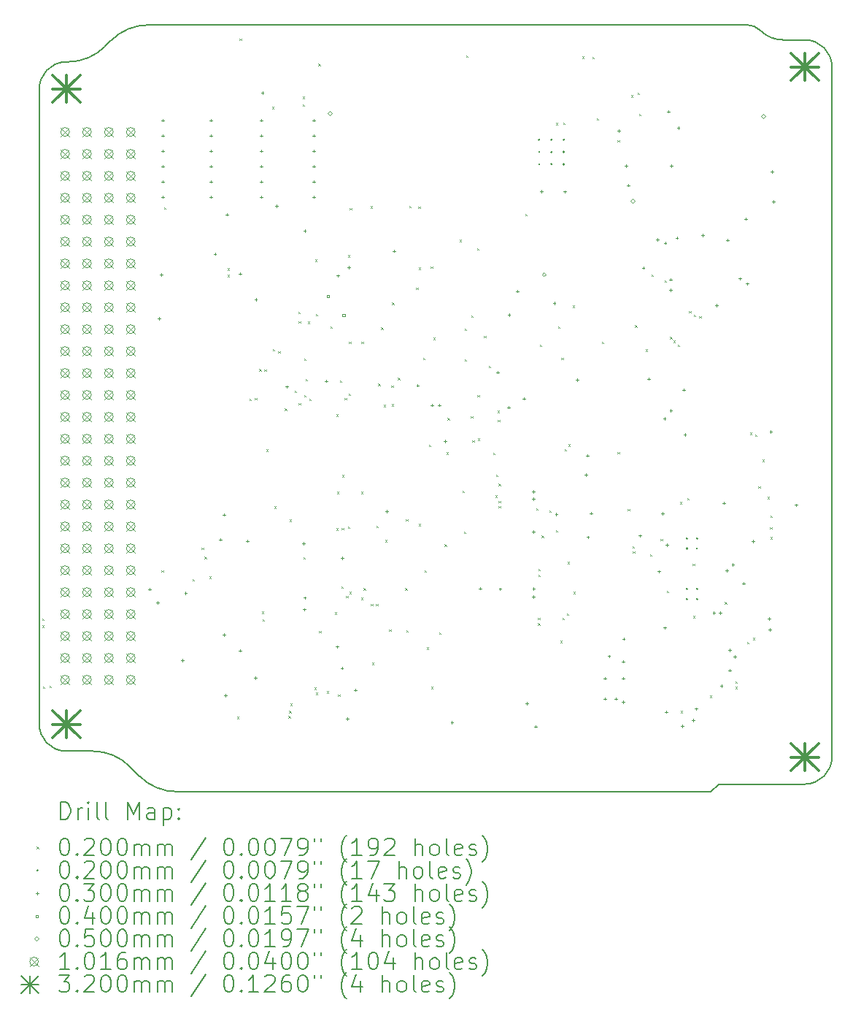
<source format=gbr>
%TF.GenerationSoftware,KiCad,Pcbnew,(6.0.7)*%
%TF.CreationDate,2022-08-26T15:29:03+08:00*%
%TF.ProjectId,cubesat_obc,63756265-7361-4745-9f6f-62632e6b6963,rev?*%
%TF.SameCoordinates,Original*%
%TF.FileFunction,Drillmap*%
%TF.FilePolarity,Positive*%
%FSLAX45Y45*%
G04 Gerber Fmt 4.5, Leading zero omitted, Abs format (unit mm)*
G04 Created by KiCad (PCBNEW (6.0.7)) date 2022-08-26 15:29:03*
%MOMM*%
%LPD*%
G01*
G04 APERTURE LIST*
%ADD10C,0.200000*%
%ADD11C,0.020000*%
%ADD12C,0.030000*%
%ADD13C,0.040000*%
%ADD14C,0.050000*%
%ADD15C,0.101600*%
%ADD16C,0.320000*%
G04 APERTURE END LIST*
D10*
X11924795Y-13547695D02*
X11814005Y-13436905D01*
X12028400Y-4839800D02*
G75*
G03*
X11594795Y-5019405I0J-613210D01*
G01*
X19392464Y-5012300D02*
X19644400Y-5012300D01*
X19646900Y-13639800D02*
X18641900Y-13639800D01*
X19959400Y-5322300D02*
G75*
G03*
X19644400Y-5012300I-312500J-2500D01*
G01*
X10761901Y-12937300D02*
G75*
G03*
X11061901Y-13257300I310000J-10000D01*
G01*
X11814005Y-13436905D02*
G75*
G03*
X11380400Y-13257300I-433605J-433605D01*
G01*
X19959400Y-5322300D02*
X19959400Y-13322300D01*
X11064400Y-5267300D02*
X11092900Y-5267300D01*
X19646900Y-13639800D02*
G75*
G03*
X19959400Y-13322300I-2500J315000D01*
G01*
X11924795Y-13547695D02*
G75*
G03*
X12358400Y-13727300I433605J433605D01*
G01*
X11064400Y-5267301D02*
G75*
G03*
X10761901Y-5592300I11250J-313749D01*
G01*
X19126900Y-4902300D02*
G75*
G03*
X18976012Y-4839800I-150890J-150890D01*
G01*
X18554400Y-13727300D02*
X12358400Y-13727300D01*
X10761901Y-12937300D02*
X10761901Y-5592300D01*
X11526505Y-5087695D02*
X11594795Y-5019405D01*
X12028400Y-4839800D02*
X18976012Y-4839800D01*
X11380400Y-13257300D02*
X11061901Y-13257299D01*
X19126899Y-4902301D02*
G75*
G03*
X19392464Y-5012300I265561J265561D01*
G01*
X18641900Y-13639800D02*
X18554400Y-13727300D01*
X11092900Y-5267300D02*
G75*
G03*
X11526505Y-5087695I0J613210D01*
G01*
D11*
X10795000Y-11720000D02*
X10815000Y-11740000D01*
X10815000Y-11720000D02*
X10795000Y-11740000D01*
X10795000Y-11800000D02*
X10815000Y-11820000D01*
X10815000Y-11800000D02*
X10795000Y-11820000D01*
X10805000Y-12510000D02*
X10825000Y-12530000D01*
X10825000Y-12510000D02*
X10805000Y-12530000D01*
X10880000Y-12500000D02*
X10900000Y-12520000D01*
X10900000Y-12500000D02*
X10880000Y-12520000D01*
X12180000Y-11160000D02*
X12200000Y-11180000D01*
X12200000Y-11160000D02*
X12180000Y-11180000D01*
X12207500Y-6955000D02*
X12227500Y-6975000D01*
X12227500Y-6955000D02*
X12207500Y-6975000D01*
X12540169Y-11264298D02*
X12560169Y-11284298D01*
X12560169Y-11264298D02*
X12540169Y-11284298D01*
X12645000Y-10900000D02*
X12665000Y-10920000D01*
X12665000Y-10900000D02*
X12645000Y-10920000D01*
X12680000Y-11004000D02*
X12700000Y-11024000D01*
X12700000Y-11004000D02*
X12680000Y-11024000D01*
X12736000Y-11234000D02*
X12756000Y-11254000D01*
X12756000Y-11234000D02*
X12736000Y-11254000D01*
X12944000Y-7660800D02*
X12964000Y-7680800D01*
X12964000Y-7660800D02*
X12944000Y-7680800D01*
X12944000Y-7737000D02*
X12964000Y-7757000D01*
X12964000Y-7737000D02*
X12944000Y-7757000D01*
X13055000Y-12860000D02*
X13075000Y-12880000D01*
X13075000Y-12860000D02*
X13055000Y-12880000D01*
X13085000Y-4995000D02*
X13105000Y-5015000D01*
X13105000Y-4995000D02*
X13085000Y-5015000D01*
X13202500Y-9170000D02*
X13222500Y-9190000D01*
X13222500Y-9170000D02*
X13202500Y-9190000D01*
X13265000Y-9165000D02*
X13285000Y-9185000D01*
X13285000Y-9165000D02*
X13265000Y-9185000D01*
X13315000Y-8830000D02*
X13335000Y-8850000D01*
X13335000Y-8830000D02*
X13315000Y-8850000D01*
X13345000Y-11640000D02*
X13365000Y-11660000D01*
X13365000Y-11640000D02*
X13345000Y-11660000D01*
X13350000Y-11730000D02*
X13370000Y-11750000D01*
X13370000Y-11730000D02*
X13350000Y-11750000D01*
X13375000Y-8835000D02*
X13395000Y-8855000D01*
X13395000Y-8835000D02*
X13375000Y-8855000D01*
X13393000Y-9760000D02*
X13413000Y-9780000D01*
X13413000Y-9760000D02*
X13393000Y-9780000D01*
X13465000Y-5790000D02*
X13485000Y-5810000D01*
X13485000Y-5790000D02*
X13465000Y-5810000D01*
X13470000Y-8595000D02*
X13490000Y-8615000D01*
X13490000Y-8595000D02*
X13470000Y-8615000D01*
X13488000Y-10420000D02*
X13508000Y-10440000D01*
X13508000Y-10420000D02*
X13488000Y-10440000D01*
X13535000Y-8620000D02*
X13555000Y-8640000D01*
X13555000Y-8620000D02*
X13535000Y-8640000D01*
X13610000Y-9285000D02*
X13630000Y-9305000D01*
X13630000Y-9285000D02*
X13610000Y-9305000D01*
X13654000Y-12851000D02*
X13674000Y-12871000D01*
X13674000Y-12851000D02*
X13654000Y-12871000D01*
X13660000Y-12791000D02*
X13680000Y-12811000D01*
X13680000Y-12791000D02*
X13660000Y-12811000D01*
X13667500Y-10572500D02*
X13687500Y-10592500D01*
X13687500Y-10572500D02*
X13667500Y-10592500D01*
X13673000Y-12707000D02*
X13693000Y-12727000D01*
X13693000Y-12707000D02*
X13673000Y-12727000D01*
X13727500Y-9077500D02*
X13747500Y-9097500D01*
X13747500Y-9077500D02*
X13727500Y-9097500D01*
X13767500Y-8165000D02*
X13787500Y-8185000D01*
X13787500Y-8165000D02*
X13767500Y-8185000D01*
X13770000Y-9225000D02*
X13790000Y-9245000D01*
X13790000Y-9225000D02*
X13770000Y-9245000D01*
X13772500Y-8275000D02*
X13792500Y-8295000D01*
X13792500Y-8275000D02*
X13772500Y-8295000D01*
X13820000Y-5670000D02*
X13840000Y-5690000D01*
X13840000Y-5670000D02*
X13820000Y-5690000D01*
X13820000Y-5760000D02*
X13840000Y-5780000D01*
X13840000Y-5760000D02*
X13820000Y-5780000D01*
X13827500Y-11010000D02*
X13847500Y-11030000D01*
X13847500Y-11010000D02*
X13827500Y-11030000D01*
X13835000Y-8705000D02*
X13855000Y-8725000D01*
X13855000Y-8705000D02*
X13835000Y-8725000D01*
X13837500Y-9127500D02*
X13857500Y-9147500D01*
X13857500Y-9127500D02*
X13837500Y-9147500D01*
X13850000Y-8945000D02*
X13870000Y-8965000D01*
X13870000Y-8945000D02*
X13850000Y-8965000D01*
X13880000Y-8277500D02*
X13900000Y-8297500D01*
X13900000Y-8277500D02*
X13880000Y-8297500D01*
X13892500Y-9170000D02*
X13912500Y-9190000D01*
X13912500Y-9170000D02*
X13892500Y-9190000D01*
X13955000Y-12520000D02*
X13975000Y-12540000D01*
X13975000Y-12520000D02*
X13955000Y-12540000D01*
X13960000Y-7559200D02*
X13980000Y-7579200D01*
X13980000Y-7559200D02*
X13960000Y-7579200D01*
X13969000Y-12580000D02*
X13989000Y-12600000D01*
X13989000Y-12580000D02*
X13969000Y-12600000D01*
X13972500Y-8190000D02*
X13992500Y-8210000D01*
X13992500Y-8190000D02*
X13972500Y-8210000D01*
X14000000Y-5290000D02*
X14020000Y-5310000D01*
X14020000Y-5290000D02*
X14000000Y-5310000D01*
X14010000Y-11865000D02*
X14030000Y-11885000D01*
X14030000Y-11865000D02*
X14010000Y-11885000D01*
X14097000Y-12563000D02*
X14117000Y-12583000D01*
X14117000Y-12563000D02*
X14097000Y-12583000D01*
X14137500Y-8332500D02*
X14157500Y-8352500D01*
X14157500Y-8332500D02*
X14137500Y-8352500D01*
X14192500Y-11647500D02*
X14212500Y-11667500D01*
X14212500Y-11647500D02*
X14192500Y-11667500D01*
X14207500Y-9355000D02*
X14227500Y-9375000D01*
X14227500Y-9355000D02*
X14207500Y-9375000D01*
X14210000Y-10675000D02*
X14230000Y-10695000D01*
X14230000Y-10675000D02*
X14210000Y-10695000D01*
X14217500Y-10250000D02*
X14237500Y-10270000D01*
X14237500Y-10250000D02*
X14217500Y-10270000D01*
X14229000Y-12600000D02*
X14249000Y-12620000D01*
X14249000Y-12600000D02*
X14229000Y-12620000D01*
X14247500Y-8957500D02*
X14267500Y-8977500D01*
X14267500Y-8957500D02*
X14247500Y-8977500D01*
X14265000Y-11347500D02*
X14285000Y-11367500D01*
X14285000Y-11347500D02*
X14265000Y-11367500D01*
X14272500Y-10672500D02*
X14292500Y-10692500D01*
X14292500Y-10672500D02*
X14272500Y-10692500D01*
X14275000Y-10057500D02*
X14295000Y-10077500D01*
X14295000Y-10057500D02*
X14275000Y-10077500D01*
X14305000Y-9162500D02*
X14325000Y-9182500D01*
X14325000Y-9162500D02*
X14305000Y-9182500D01*
X14322500Y-11460000D02*
X14342500Y-11480000D01*
X14342500Y-11460000D02*
X14322500Y-11480000D01*
X14341000Y-7508400D02*
X14361000Y-7528400D01*
X14361000Y-7508400D02*
X14341000Y-7528400D01*
X14345000Y-10655000D02*
X14365000Y-10675000D01*
X14365000Y-10655000D02*
X14345000Y-10675000D01*
X14350000Y-9115000D02*
X14370000Y-9135000D01*
X14370000Y-9115000D02*
X14350000Y-9135000D01*
X14355000Y-8510000D02*
X14375000Y-8530000D01*
X14375000Y-8510000D02*
X14355000Y-8530000D01*
X14357500Y-11410000D02*
X14377500Y-11430000D01*
X14377500Y-11410000D02*
X14357500Y-11430000D01*
X14365000Y-6960000D02*
X14385000Y-6980000D01*
X14385000Y-6960000D02*
X14365000Y-6980000D01*
X14495000Y-11480000D02*
X14515000Y-11500000D01*
X14515000Y-11480000D02*
X14495000Y-11500000D01*
X14497500Y-10250000D02*
X14517500Y-10270000D01*
X14517500Y-10250000D02*
X14497500Y-10270000D01*
X14500000Y-8512500D02*
X14520000Y-8532500D01*
X14520000Y-8512500D02*
X14500000Y-8532500D01*
X14525000Y-11367500D02*
X14545000Y-11387500D01*
X14545000Y-11367500D02*
X14525000Y-11387500D01*
X14607500Y-6940000D02*
X14627500Y-6960000D01*
X14627500Y-6940000D02*
X14607500Y-6960000D01*
X14610000Y-11550000D02*
X14630000Y-11570000D01*
X14630000Y-11550000D02*
X14610000Y-11570000D01*
X14620400Y-12232800D02*
X14640400Y-12252800D01*
X14640400Y-12232800D02*
X14620400Y-12252800D01*
X14670000Y-11550000D02*
X14690000Y-11570000D01*
X14690000Y-11550000D02*
X14670000Y-11570000D01*
X14675000Y-10645000D02*
X14695000Y-10665000D01*
X14695000Y-10645000D02*
X14675000Y-10665000D01*
X14695000Y-8997500D02*
X14715000Y-9017500D01*
X14715000Y-8997500D02*
X14695000Y-9017500D01*
X14727500Y-8345000D02*
X14747500Y-8365000D01*
X14747500Y-8345000D02*
X14727500Y-8365000D01*
X14757500Y-9245000D02*
X14777500Y-9265000D01*
X14777500Y-9245000D02*
X14757500Y-9265000D01*
X14773600Y-10811200D02*
X14793600Y-10831200D01*
X14793600Y-10811200D02*
X14773600Y-10831200D01*
X14820000Y-11845000D02*
X14840000Y-11865000D01*
X14840000Y-11845000D02*
X14820000Y-11865000D01*
X14847500Y-9017500D02*
X14867500Y-9037500D01*
X14867500Y-9017500D02*
X14847500Y-9037500D01*
X14849000Y-9235600D02*
X14869000Y-9255600D01*
X14869000Y-9235600D02*
X14849000Y-9255600D01*
X14855000Y-8057500D02*
X14875000Y-8077500D01*
X14875000Y-8057500D02*
X14855000Y-8077500D01*
X14922500Y-8930000D02*
X14942500Y-8950000D01*
X14942500Y-8930000D02*
X14922500Y-8950000D01*
X15007500Y-11367500D02*
X15027500Y-11387500D01*
X15027500Y-11367500D02*
X15007500Y-11387500D01*
X15015000Y-10570000D02*
X15035000Y-10590000D01*
X15035000Y-10570000D02*
X15015000Y-10590000D01*
X15020000Y-11855000D02*
X15040000Y-11875000D01*
X15040000Y-11855000D02*
X15020000Y-11875000D01*
X15055000Y-6935000D02*
X15075000Y-6955000D01*
X15075000Y-6935000D02*
X15055000Y-6955000D01*
X15136000Y-7886000D02*
X15156000Y-7906000D01*
X15156000Y-7886000D02*
X15136000Y-7906000D01*
X15160000Y-6945000D02*
X15180000Y-6965000D01*
X15180000Y-6945000D02*
X15160000Y-6965000D01*
X15162500Y-7652500D02*
X15182500Y-7672500D01*
X15182500Y-7652500D02*
X15162500Y-7672500D01*
X15162500Y-10622500D02*
X15182500Y-10642500D01*
X15182500Y-10622500D02*
X15162500Y-10642500D01*
X15215000Y-8695000D02*
X15235000Y-8715000D01*
X15235000Y-8695000D02*
X15215000Y-8715000D01*
X15230000Y-11160000D02*
X15250000Y-11180000D01*
X15250000Y-11160000D02*
X15230000Y-11180000D01*
X15255400Y-12055000D02*
X15275400Y-12075000D01*
X15275400Y-12055000D02*
X15255400Y-12075000D01*
X15280800Y-9705500D02*
X15300800Y-9725500D01*
X15300800Y-9705500D02*
X15280800Y-9725500D01*
X15302500Y-7637500D02*
X15322500Y-7657500D01*
X15322500Y-7637500D02*
X15302500Y-7657500D01*
X15306200Y-12512200D02*
X15326200Y-12532200D01*
X15326200Y-12512200D02*
X15306200Y-12532200D01*
X15335750Y-8463250D02*
X15355750Y-8483250D01*
X15355750Y-8463250D02*
X15335750Y-8483250D01*
X15402500Y-11880000D02*
X15422500Y-11900000D01*
X15422500Y-11880000D02*
X15402500Y-11900000D01*
X15464517Y-10861797D02*
X15484517Y-10881797D01*
X15484517Y-10861797D02*
X15464517Y-10881797D01*
X15484000Y-9794400D02*
X15504000Y-9814400D01*
X15504000Y-9794400D02*
X15484000Y-9814400D01*
X15497500Y-9395000D02*
X15517500Y-9415000D01*
X15517500Y-9395000D02*
X15497500Y-9415000D01*
X15637500Y-7330000D02*
X15657500Y-7350000D01*
X15657500Y-7330000D02*
X15637500Y-7350000D01*
X15670000Y-10240000D02*
X15690000Y-10260000D01*
X15690000Y-10240000D02*
X15670000Y-10260000D01*
X15687200Y-10714210D02*
X15707200Y-10734210D01*
X15707200Y-10714210D02*
X15687200Y-10734210D01*
X15695000Y-8360000D02*
X15715000Y-8380000D01*
X15715000Y-8360000D02*
X15695000Y-8380000D01*
X15699900Y-8714900D02*
X15719900Y-8734900D01*
X15719900Y-8714900D02*
X15699900Y-8734900D01*
X15712500Y-5195000D02*
X15732500Y-5215000D01*
X15732500Y-5195000D02*
X15712500Y-5215000D01*
X15770000Y-9377500D02*
X15790000Y-9397500D01*
X15790000Y-9377500D02*
X15770000Y-9397500D01*
X15775000Y-8205000D02*
X15795000Y-8225000D01*
X15795000Y-8205000D02*
X15775000Y-8225000D01*
X15786500Y-9656999D02*
X15806500Y-9676999D01*
X15806500Y-9656999D02*
X15786500Y-9676999D01*
X15840000Y-7427500D02*
X15860000Y-7447500D01*
X15860000Y-7427500D02*
X15840000Y-7447500D01*
X15846191Y-9130050D02*
X15866191Y-9150050D01*
X15866191Y-9130050D02*
X15846191Y-9150050D01*
X15852500Y-9632500D02*
X15872500Y-9652500D01*
X15872500Y-9632500D02*
X15852500Y-9652500D01*
X15922500Y-8442500D02*
X15942500Y-8462500D01*
X15942500Y-8442500D02*
X15922500Y-8462500D01*
X15979300Y-8791100D02*
X15999300Y-8811100D01*
X15999300Y-8791100D02*
X15979300Y-8811100D01*
X16027500Y-9797500D02*
X16047500Y-9817500D01*
X16047500Y-9797500D02*
X16027500Y-9817500D01*
X16055000Y-10295000D02*
X16075000Y-10315000D01*
X16075000Y-10295000D02*
X16055000Y-10315000D01*
X16063760Y-10054395D02*
X16083760Y-10074395D01*
X16083760Y-10054395D02*
X16063760Y-10074395D01*
X16080899Y-9311800D02*
X16100899Y-9331800D01*
X16100899Y-9311800D02*
X16080899Y-9331800D01*
X16083300Y-9415800D02*
X16103300Y-9435800D01*
X16103300Y-9415800D02*
X16083300Y-9435800D01*
X16090000Y-10357500D02*
X16110000Y-10377500D01*
X16110000Y-10357500D02*
X16090000Y-10377500D01*
X16090000Y-10415000D02*
X16110000Y-10435000D01*
X16110000Y-10415000D02*
X16090000Y-10435000D01*
X16092500Y-10157500D02*
X16112500Y-10177500D01*
X16112500Y-10157500D02*
X16092500Y-10177500D01*
X16400000Y-7030000D02*
X16420000Y-7050000D01*
X16420000Y-7030000D02*
X16400000Y-7050000D01*
X16525401Y-10442100D02*
X16545401Y-10462100D01*
X16545401Y-10442100D02*
X16525401Y-10462100D01*
X16550000Y-11710000D02*
X16570000Y-11730000D01*
X16570000Y-11710000D02*
X16550000Y-11730000D01*
X16550000Y-11775000D02*
X16570000Y-11795000D01*
X16570000Y-11775000D02*
X16550000Y-11795000D01*
X16555000Y-11145000D02*
X16575000Y-11165000D01*
X16575000Y-11145000D02*
X16555000Y-11165000D01*
X16555000Y-11210000D02*
X16575000Y-11230000D01*
X16575000Y-11210000D02*
X16555000Y-11230000D01*
X16568415Y-8543330D02*
X16588415Y-8563330D01*
X16588415Y-8543330D02*
X16568415Y-8563330D01*
X16589678Y-10760378D02*
X16609678Y-10780378D01*
X16609678Y-10760378D02*
X16589678Y-10780378D01*
X16680000Y-10465000D02*
X16700000Y-10485000D01*
X16700000Y-10465000D02*
X16680000Y-10485000D01*
X16754000Y-5977100D02*
X16774000Y-5997100D01*
X16774000Y-5977100D02*
X16754000Y-5997100D01*
X16755000Y-10695000D02*
X16775000Y-10715000D01*
X16775000Y-10695000D02*
X16755000Y-10715000D01*
X16783250Y-8333900D02*
X16803250Y-8353900D01*
X16803250Y-8333900D02*
X16783250Y-8353900D01*
X16804800Y-11978800D02*
X16824800Y-11998800D01*
X16824800Y-11978800D02*
X16804800Y-11998800D01*
X16820000Y-8700000D02*
X16840000Y-8720000D01*
X16840000Y-8700000D02*
X16820000Y-8720000D01*
X16830000Y-11710000D02*
X16850000Y-11730000D01*
X16850000Y-11710000D02*
X16830000Y-11730000D01*
X16842900Y-5971700D02*
X16862900Y-5991700D01*
X16862900Y-5971700D02*
X16842900Y-5991700D01*
X16857500Y-9755000D02*
X16877500Y-9775000D01*
X16877500Y-9755000D02*
X16857500Y-9775000D01*
X16885000Y-11660000D02*
X16905000Y-11680000D01*
X16905000Y-11660000D02*
X16885000Y-11680000D01*
X16890000Y-11065000D02*
X16910000Y-11085000D01*
X16910000Y-11065000D02*
X16890000Y-11085000D01*
X16897500Y-9700000D02*
X16917500Y-9720000D01*
X16917500Y-9700000D02*
X16897500Y-9720000D01*
X16952401Y-8092600D02*
X16972401Y-8112600D01*
X16972401Y-8092600D02*
X16952401Y-8112600D01*
X16959000Y-11411500D02*
X16979000Y-11431500D01*
X16979000Y-11411500D02*
X16959000Y-11431500D01*
X17060000Y-5205000D02*
X17080000Y-5225000D01*
X17080000Y-5205000D02*
X17060000Y-5225000D01*
X17180000Y-5207500D02*
X17200000Y-5227500D01*
X17200000Y-5207500D02*
X17180000Y-5227500D01*
X17230000Y-5920066D02*
X17250000Y-5940066D01*
X17250000Y-5920066D02*
X17230000Y-5940066D01*
X17287400Y-8511700D02*
X17307400Y-8531700D01*
X17307400Y-8511700D02*
X17287400Y-8531700D01*
X17470000Y-9790000D02*
X17490000Y-9810000D01*
X17490000Y-9790000D02*
X17470000Y-9810000D01*
X17472500Y-6175000D02*
X17492500Y-6195000D01*
X17492500Y-6175000D02*
X17472500Y-6195000D01*
X17590000Y-10450000D02*
X17610000Y-10470000D01*
X17610000Y-10450000D02*
X17590000Y-10470000D01*
X17630000Y-5655000D02*
X17650000Y-5675000D01*
X17650000Y-5655000D02*
X17630000Y-5675000D01*
X17645000Y-10882500D02*
X17665000Y-10902500D01*
X17665000Y-10882500D02*
X17645000Y-10902500D01*
X17650000Y-10942500D02*
X17670000Y-10962500D01*
X17670000Y-10942500D02*
X17650000Y-10962500D01*
X17675000Y-8320000D02*
X17695000Y-8340000D01*
X17695000Y-8320000D02*
X17675000Y-8340000D01*
X17705000Y-5625000D02*
X17725000Y-5645000D01*
X17725000Y-5625000D02*
X17705000Y-5645000D01*
X17720400Y-5868900D02*
X17740400Y-5888900D01*
X17740400Y-5868900D02*
X17720400Y-5888900D01*
X17795000Y-8600000D02*
X17815000Y-8620000D01*
X17815000Y-8600000D02*
X17795000Y-8620000D01*
X17847500Y-10975000D02*
X17867500Y-10995000D01*
X17867500Y-10975000D02*
X17847500Y-10995000D01*
X17865000Y-7735000D02*
X17885000Y-7755000D01*
X17885000Y-7735000D02*
X17865000Y-7755000D01*
X17970000Y-10795000D02*
X17990000Y-10815000D01*
X17990000Y-10795000D02*
X17970000Y-10815000D01*
X18015000Y-7800000D02*
X18035000Y-7820000D01*
X18035000Y-7800000D02*
X18015000Y-7820000D01*
X18042500Y-11400000D02*
X18062500Y-11420000D01*
X18062500Y-11400000D02*
X18042500Y-11420000D01*
X18080000Y-8455000D02*
X18100000Y-8475000D01*
X18100000Y-8455000D02*
X18080000Y-8475000D01*
X18120000Y-8500000D02*
X18140000Y-8520000D01*
X18140000Y-8500000D02*
X18120000Y-8520000D01*
X18172110Y-8546042D02*
X18192110Y-8566042D01*
X18192110Y-8546042D02*
X18172110Y-8566042D01*
X18195000Y-10370000D02*
X18215000Y-10390000D01*
X18215000Y-10370000D02*
X18195000Y-10390000D01*
X18201800Y-12791600D02*
X18221800Y-12811600D01*
X18221800Y-12791600D02*
X18201800Y-12811600D01*
X18282500Y-10322500D02*
X18302500Y-10342500D01*
X18302500Y-10322500D02*
X18282500Y-10342500D01*
X18300000Y-8155000D02*
X18320000Y-8175000D01*
X18320000Y-8155000D02*
X18300000Y-8175000D01*
X18345000Y-11085000D02*
X18365000Y-11105000D01*
X18365000Y-11085000D02*
X18345000Y-11105000D01*
X18347500Y-11690000D02*
X18367500Y-11710000D01*
X18367500Y-11690000D02*
X18347500Y-11710000D01*
X18355000Y-8200000D02*
X18375000Y-8220000D01*
X18375000Y-8200000D02*
X18355000Y-8220000D01*
X18420000Y-8215000D02*
X18440000Y-8235000D01*
X18440000Y-8215000D02*
X18420000Y-8235000D01*
X18544700Y-12613800D02*
X18564700Y-12633800D01*
X18564700Y-12613800D02*
X18544700Y-12633800D01*
X18715000Y-11530000D02*
X18735000Y-11550000D01*
X18735000Y-11530000D02*
X18715000Y-11550000D01*
X18836800Y-12448700D02*
X18856800Y-12468700D01*
X18856800Y-12448700D02*
X18836800Y-12468700D01*
X18836800Y-12512200D02*
X18856800Y-12532200D01*
X18856800Y-12512200D02*
X18836800Y-12532200D01*
X18973500Y-11991500D02*
X18993500Y-12011500D01*
X18993500Y-11991500D02*
X18973500Y-12011500D01*
X19010000Y-9565000D02*
X19030000Y-9585000D01*
X19030000Y-9565000D02*
X19010000Y-9585000D01*
X19041300Y-11943700D02*
X19061300Y-11963700D01*
X19061300Y-11943700D02*
X19041300Y-11963700D01*
X19067500Y-9585000D02*
X19087500Y-9605000D01*
X19087500Y-9585000D02*
X19067500Y-9605000D01*
X19105000Y-10190000D02*
X19125000Y-10210000D01*
X19125000Y-10190000D02*
X19105000Y-10210000D01*
X19152500Y-9880000D02*
X19172500Y-9900000D01*
X19172500Y-9880000D02*
X19152500Y-9900000D01*
X19210000Y-10310000D02*
X19230000Y-10330000D01*
X19230000Y-10310000D02*
X19210000Y-10330000D01*
X19240000Y-10660000D02*
X19260000Y-10680000D01*
X19260000Y-10660000D02*
X19240000Y-10680000D01*
X19245000Y-10525000D02*
X19265000Y-10545000D01*
X19265000Y-10525000D02*
X19245000Y-10545000D01*
X19245000Y-10777500D02*
X19265000Y-10797500D01*
X19265000Y-10777500D02*
X19245000Y-10797500D01*
X16571810Y-6169400D02*
G75*
G03*
X16571810Y-6169400I-10000J0D01*
G01*
X16571810Y-6311900D02*
G75*
G03*
X16571810Y-6311900I-10000J0D01*
G01*
X16571810Y-6454400D02*
G75*
G03*
X16571810Y-6454400I-10000J0D01*
G01*
X16714310Y-6169400D02*
G75*
G03*
X16714310Y-6169400I-10000J0D01*
G01*
X16714310Y-6311900D02*
G75*
G03*
X16714310Y-6311900I-10000J0D01*
G01*
X16714310Y-6454400D02*
G75*
G03*
X16714310Y-6454400I-10000J0D01*
G01*
X16856810Y-6169400D02*
G75*
G03*
X16856810Y-6169400I-10000J0D01*
G01*
X16856810Y-6311900D02*
G75*
G03*
X16856810Y-6311900I-10000J0D01*
G01*
X16856810Y-6454400D02*
G75*
G03*
X16856810Y-6454400I-10000J0D01*
G01*
X18286000Y-10791000D02*
G75*
G03*
X18286000Y-10791000I-10000J0D01*
G01*
X18286000Y-10909000D02*
G75*
G03*
X18286000Y-10909000I-10000J0D01*
G01*
X18286000Y-11376000D02*
G75*
G03*
X18286000Y-11376000I-10000J0D01*
G01*
X18286000Y-11494000D02*
G75*
G03*
X18286000Y-11494000I-10000J0D01*
G01*
X18404000Y-10791000D02*
G75*
G03*
X18404000Y-10791000I-10000J0D01*
G01*
X18404000Y-10909000D02*
G75*
G03*
X18404000Y-10909000I-10000J0D01*
G01*
X18404000Y-11376000D02*
G75*
G03*
X18404000Y-11376000I-10000J0D01*
G01*
X18404000Y-11494000D02*
G75*
G03*
X18404000Y-11494000I-10000J0D01*
G01*
D12*
X12039600Y-11364200D02*
X12039600Y-11394200D01*
X12024600Y-11379200D02*
X12054600Y-11379200D01*
X12135000Y-11520000D02*
X12135000Y-11550000D01*
X12120000Y-11535000D02*
X12150000Y-11535000D01*
X12153900Y-8227300D02*
X12153900Y-8257300D01*
X12138900Y-8242300D02*
X12168900Y-8242300D01*
X12179300Y-7719300D02*
X12179300Y-7749300D01*
X12164300Y-7734300D02*
X12194300Y-7734300D01*
X12192000Y-5928600D02*
X12192000Y-5958600D01*
X12177000Y-5943600D02*
X12207000Y-5943600D01*
X12192000Y-6106400D02*
X12192000Y-6136400D01*
X12177000Y-6121400D02*
X12207000Y-6121400D01*
X12192000Y-6284200D02*
X12192000Y-6314200D01*
X12177000Y-6299200D02*
X12207000Y-6299200D01*
X12192000Y-6462000D02*
X12192000Y-6492000D01*
X12177000Y-6477000D02*
X12207000Y-6477000D01*
X12192000Y-6639800D02*
X12192000Y-6669800D01*
X12177000Y-6654800D02*
X12207000Y-6654800D01*
X12192000Y-6817600D02*
X12192000Y-6847600D01*
X12177000Y-6832600D02*
X12207000Y-6832600D01*
X12420600Y-12189700D02*
X12420600Y-12219700D01*
X12405600Y-12204700D02*
X12435600Y-12204700D01*
X12460000Y-11410000D02*
X12460000Y-11440000D01*
X12445000Y-11425000D02*
X12475000Y-11425000D01*
X12750800Y-5928600D02*
X12750800Y-5958600D01*
X12735800Y-5943600D02*
X12765800Y-5943600D01*
X12750800Y-6106400D02*
X12750800Y-6136400D01*
X12735800Y-6121400D02*
X12765800Y-6121400D01*
X12750800Y-6284200D02*
X12750800Y-6314200D01*
X12735800Y-6299200D02*
X12765800Y-6299200D01*
X12750800Y-6462000D02*
X12750800Y-6492000D01*
X12735800Y-6477000D02*
X12765800Y-6477000D01*
X12750800Y-6639800D02*
X12750800Y-6669800D01*
X12735800Y-6654800D02*
X12765800Y-6654800D01*
X12750800Y-6817600D02*
X12750800Y-6847600D01*
X12735800Y-6832600D02*
X12765800Y-6832600D01*
X12799700Y-7478000D02*
X12799700Y-7508000D01*
X12784700Y-7493000D02*
X12814700Y-7493000D01*
X12865100Y-10789999D02*
X12865100Y-10819999D01*
X12850100Y-10804999D02*
X12880100Y-10804999D01*
X12903200Y-10500600D02*
X12903200Y-10530600D01*
X12888200Y-10515600D02*
X12918200Y-10515600D01*
X12906900Y-11894843D02*
X12906900Y-11924843D01*
X12891900Y-11909843D02*
X12921900Y-11909843D01*
X12920000Y-12596550D02*
X12920000Y-12626550D01*
X12905000Y-12611550D02*
X12935000Y-12611550D01*
X12941300Y-7020800D02*
X12941300Y-7050800D01*
X12926300Y-7035800D02*
X12956300Y-7035800D01*
X13093700Y-7706600D02*
X13093700Y-7736600D01*
X13078700Y-7721600D02*
X13108700Y-7721600D01*
X13093700Y-12075400D02*
X13093700Y-12105400D01*
X13078700Y-12090400D02*
X13108700Y-12090400D01*
X13177399Y-10805400D02*
X13177399Y-10835400D01*
X13162399Y-10820400D02*
X13192399Y-10820400D01*
X13271500Y-12392900D02*
X13271500Y-12422900D01*
X13256500Y-12407900D02*
X13286500Y-12407900D01*
X13275000Y-8005000D02*
X13275000Y-8035000D01*
X13260000Y-8020000D02*
X13290000Y-8020000D01*
X13335000Y-5928600D02*
X13335000Y-5958600D01*
X13320000Y-5943600D02*
X13350000Y-5943600D01*
X13335000Y-6106400D02*
X13335000Y-6136400D01*
X13320000Y-6121400D02*
X13350000Y-6121400D01*
X13335000Y-6284200D02*
X13335000Y-6314200D01*
X13320000Y-6299200D02*
X13350000Y-6299200D01*
X13335000Y-6462000D02*
X13335000Y-6492000D01*
X13320000Y-6477000D02*
X13350000Y-6477000D01*
X13335000Y-6639800D02*
X13335000Y-6669800D01*
X13320000Y-6654800D02*
X13350000Y-6654800D01*
X13335001Y-6817600D02*
X13335001Y-6847600D01*
X13320001Y-6832600D02*
X13350001Y-6832600D01*
X13350000Y-5612500D02*
X13350000Y-5642500D01*
X13335000Y-5627500D02*
X13365000Y-5627500D01*
X13512800Y-6921100D02*
X13512800Y-6951100D01*
X13497800Y-6936100D02*
X13527800Y-6936100D01*
X13635000Y-9017500D02*
X13635000Y-9047500D01*
X13620000Y-9032500D02*
X13650000Y-9032500D01*
X13828000Y-10833100D02*
X13828000Y-10863100D01*
X13813000Y-10848100D02*
X13843000Y-10848100D01*
X13838000Y-11600000D02*
X13838000Y-11630000D01*
X13823000Y-11615000D02*
X13853000Y-11615000D01*
X13841000Y-11465000D02*
X13841000Y-11495000D01*
X13826000Y-11480000D02*
X13856000Y-11480000D01*
X13841663Y-7212463D02*
X13841663Y-7242463D01*
X13826663Y-7227463D02*
X13856663Y-7227463D01*
X13944600Y-5928600D02*
X13944600Y-5958600D01*
X13929600Y-5943600D02*
X13959600Y-5943600D01*
X13944600Y-6106400D02*
X13944600Y-6136400D01*
X13929600Y-6121400D02*
X13959600Y-6121400D01*
X13944600Y-6284200D02*
X13944600Y-6314200D01*
X13929600Y-6299200D02*
X13959600Y-6299200D01*
X13944600Y-6462000D02*
X13944600Y-6492000D01*
X13929600Y-6477000D02*
X13959600Y-6477000D01*
X13944600Y-6639800D02*
X13944600Y-6669800D01*
X13929600Y-6654800D02*
X13959600Y-6654800D01*
X13944600Y-6817600D02*
X13944600Y-6847600D01*
X13929600Y-6832600D02*
X13959600Y-6832600D01*
X14092500Y-8952500D02*
X14092500Y-8982500D01*
X14077500Y-8967500D02*
X14107500Y-8967500D01*
X14215876Y-12031216D02*
X14215876Y-12061216D01*
X14200876Y-12046216D02*
X14230876Y-12046216D01*
X14225063Y-7730937D02*
X14225063Y-7760937D01*
X14210063Y-7745937D02*
X14240063Y-7745937D01*
X14274000Y-12280000D02*
X14274000Y-12310000D01*
X14259000Y-12295000D02*
X14289000Y-12295000D01*
X14275586Y-11004128D02*
X14275586Y-11034128D01*
X14260586Y-11019128D02*
X14290586Y-11019128D01*
X14335000Y-12865000D02*
X14335000Y-12895000D01*
X14320000Y-12880000D02*
X14350000Y-12880000D01*
X14350950Y-7635000D02*
X14350950Y-7665000D01*
X14335950Y-7650000D02*
X14365950Y-7650000D01*
X14427200Y-12532600D02*
X14427200Y-12562600D01*
X14412200Y-12547600D02*
X14442200Y-12547600D01*
X14795500Y-10463450D02*
X14795500Y-10493450D01*
X14780500Y-10478450D02*
X14810500Y-10478450D01*
X14876860Y-7444050D02*
X14876860Y-7474050D01*
X14861860Y-7459050D02*
X14891860Y-7459050D01*
X15152500Y-9002500D02*
X15152500Y-9032500D01*
X15137500Y-9017500D02*
X15167500Y-9017500D01*
X15316200Y-9230600D02*
X15316200Y-9260600D01*
X15301200Y-9245600D02*
X15331200Y-9245600D01*
X15405100Y-9230600D02*
X15405100Y-9260600D01*
X15390100Y-9245600D02*
X15420100Y-9245600D01*
X15468600Y-9649700D02*
X15468600Y-9679700D01*
X15453600Y-9664700D02*
X15483600Y-9664700D01*
X15550000Y-12910000D02*
X15550000Y-12940000D01*
X15535000Y-12925000D02*
X15565000Y-12925000D01*
X15875000Y-11355950D02*
X15875000Y-11385950D01*
X15860000Y-11370950D02*
X15890000Y-11370950D01*
X16078200Y-8849600D02*
X16078200Y-8879600D01*
X16063200Y-8864600D02*
X16093200Y-8864600D01*
X16108450Y-11362600D02*
X16108450Y-11392600D01*
X16093450Y-11377600D02*
X16123450Y-11377600D01*
X16205200Y-9256000D02*
X16205200Y-9286000D01*
X16190200Y-9271000D02*
X16220200Y-9271000D01*
X16212500Y-8182500D02*
X16212500Y-8212500D01*
X16197500Y-8197500D02*
X16227500Y-8197500D01*
X16308195Y-7909666D02*
X16308195Y-7939666D01*
X16293195Y-7924666D02*
X16323195Y-7924666D01*
X16383000Y-9154400D02*
X16383000Y-9184400D01*
X16368000Y-9169400D02*
X16398000Y-9169400D01*
X16420000Y-12689050D02*
X16420000Y-12719050D01*
X16405000Y-12704050D02*
X16435000Y-12704050D01*
X16495000Y-10320000D02*
X16495000Y-10350000D01*
X16480000Y-10335000D02*
X16510000Y-10335000D01*
X16497300Y-10233900D02*
X16497300Y-10263900D01*
X16482300Y-10248900D02*
X16512300Y-10248900D01*
X16497300Y-10701299D02*
X16497300Y-10731299D01*
X16482300Y-10716299D02*
X16512300Y-10716299D01*
X16497300Y-11453100D02*
X16497300Y-11483100D01*
X16482300Y-11468100D02*
X16512300Y-11468100D01*
X16497959Y-11358450D02*
X16497959Y-11388450D01*
X16482959Y-11373450D02*
X16512959Y-11373450D01*
X16522700Y-12955950D02*
X16522700Y-12985950D01*
X16507700Y-12970950D02*
X16537700Y-12970950D01*
X16586200Y-6754100D02*
X16586200Y-6784100D01*
X16571200Y-6769100D02*
X16601200Y-6769100D01*
X16737249Y-8049500D02*
X16737249Y-8079500D01*
X16722249Y-8064500D02*
X16752249Y-8064500D01*
X16760000Y-10495000D02*
X16760000Y-10525000D01*
X16745000Y-10510000D02*
X16775000Y-10510000D01*
X16860400Y-6756640D02*
X16860400Y-6786640D01*
X16845400Y-6771640D02*
X16875400Y-6771640D01*
X17005300Y-8938500D02*
X17005300Y-8968500D01*
X16990300Y-8953500D02*
X17020300Y-8953500D01*
X17106900Y-10040950D02*
X17106900Y-10070950D01*
X17091900Y-10055950D02*
X17121900Y-10055950D01*
X17119600Y-9814800D02*
X17119600Y-9844800D01*
X17104600Y-9829800D02*
X17134600Y-9829800D01*
X17126565Y-10761565D02*
X17126565Y-10791565D01*
X17111565Y-10776565D02*
X17141565Y-10776565D01*
X17165000Y-10485000D02*
X17165000Y-10515000D01*
X17150000Y-10500000D02*
X17180000Y-10500000D01*
X17322800Y-12397599D02*
X17322800Y-12427599D01*
X17307800Y-12412599D02*
X17337800Y-12412599D01*
X17322800Y-12634200D02*
X17322800Y-12664200D01*
X17307800Y-12649200D02*
X17337800Y-12649200D01*
X17372500Y-12142500D02*
X17372500Y-12172500D01*
X17357500Y-12157500D02*
X17387500Y-12157500D01*
X17449800Y-12634200D02*
X17449800Y-12664200D01*
X17434800Y-12649200D02*
X17464800Y-12649200D01*
X17485350Y-6049650D02*
X17485350Y-6079650D01*
X17470350Y-6064650D02*
X17500350Y-6064650D01*
X17537282Y-12202650D02*
X17537282Y-12232650D01*
X17522282Y-12217650D02*
X17552282Y-12217650D01*
X17538700Y-12397599D02*
X17538700Y-12427599D01*
X17523700Y-12412599D02*
X17553700Y-12412599D01*
X17538700Y-12672300D02*
X17538700Y-12702300D01*
X17523700Y-12687300D02*
X17553700Y-12687300D01*
X17540838Y-11940950D02*
X17540838Y-11970950D01*
X17525838Y-11955950D02*
X17555838Y-11955950D01*
X17570450Y-6455650D02*
X17570450Y-6485650D01*
X17555450Y-6470650D02*
X17585450Y-6470650D01*
X17595000Y-6681900D02*
X17595000Y-6711900D01*
X17580000Y-6696900D02*
X17610000Y-6696900D01*
X17730000Y-10745000D02*
X17730000Y-10775000D01*
X17715000Y-10760000D02*
X17745000Y-10760000D01*
X17770000Y-7640000D02*
X17770000Y-7670000D01*
X17755000Y-7655000D02*
X17785000Y-7655000D01*
X17830800Y-8925800D02*
X17830800Y-8955800D01*
X17815800Y-8940800D02*
X17845800Y-8940800D01*
X17932500Y-7312500D02*
X17932500Y-7342500D01*
X17917500Y-7327500D02*
X17947500Y-7327500D01*
X17950000Y-11160000D02*
X17950000Y-11190000D01*
X17935000Y-11175000D02*
X17965000Y-11175000D01*
X17995900Y-10487900D02*
X17995900Y-10517900D01*
X17980900Y-10502900D02*
X18010900Y-10502900D01*
X18016550Y-9385000D02*
X18016550Y-9415000D01*
X18001550Y-9400000D02*
X18031550Y-9400000D01*
X18019050Y-11811802D02*
X18019050Y-11841802D01*
X18004050Y-11826802D02*
X18034050Y-11826802D01*
X18024652Y-7350950D02*
X18024652Y-7380950D01*
X18009652Y-7365950D02*
X18039652Y-7365950D01*
X18034000Y-12786600D02*
X18034000Y-12816600D01*
X18019000Y-12801600D02*
X18049000Y-12801600D01*
X18045000Y-10850000D02*
X18045000Y-10880000D01*
X18030000Y-10865000D02*
X18060000Y-10865000D01*
X18059402Y-5827000D02*
X18059402Y-5857000D01*
X18044402Y-5842000D02*
X18074402Y-5842000D01*
X18084800Y-7897100D02*
X18084800Y-7927100D01*
X18069800Y-7912100D02*
X18099800Y-7912100D01*
X18088066Y-7775000D02*
X18088066Y-7805000D01*
X18073066Y-7790000D02*
X18103066Y-7790000D01*
X18090000Y-9295000D02*
X18090000Y-9325000D01*
X18075000Y-9310000D02*
X18105000Y-9310000D01*
X18095000Y-6457500D02*
X18095000Y-6487500D01*
X18080000Y-6472500D02*
X18110000Y-6472500D01*
X18160000Y-7292500D02*
X18160000Y-7322500D01*
X18145000Y-7307500D02*
X18175000Y-7307500D01*
X18177500Y-6015000D02*
X18177500Y-6045000D01*
X18162500Y-6030000D02*
X18192500Y-6030000D01*
X18224500Y-12951700D02*
X18224500Y-12981700D01*
X18209500Y-12966700D02*
X18239500Y-12966700D01*
X18237200Y-9052800D02*
X18237200Y-9082800D01*
X18222200Y-9067800D02*
X18252200Y-9067800D01*
X18253292Y-9574050D02*
X18253292Y-9604050D01*
X18238292Y-9589050D02*
X18268292Y-9589050D01*
X18348688Y-12883696D02*
X18348688Y-12913696D01*
X18333688Y-12898696D02*
X18363688Y-12898696D01*
X18384835Y-12750999D02*
X18384835Y-12780999D01*
X18369835Y-12765999D02*
X18399835Y-12765999D01*
X18457500Y-7262500D02*
X18457500Y-7292500D01*
X18442500Y-7277500D02*
X18472500Y-7277500D01*
X18590456Y-11638450D02*
X18590456Y-11668450D01*
X18575456Y-11653450D02*
X18605456Y-11653450D01*
X18618849Y-8074904D02*
X18618849Y-8104904D01*
X18603849Y-8089904D02*
X18633849Y-8089904D01*
X18663405Y-11638450D02*
X18663405Y-11668450D01*
X18648405Y-11653450D02*
X18678405Y-11653450D01*
X18677104Y-12483399D02*
X18677104Y-12513399D01*
X18662104Y-12498399D02*
X18692104Y-12498399D01*
X18706836Y-10366450D02*
X18706836Y-10396450D01*
X18691836Y-10381450D02*
X18721836Y-10381450D01*
X18740000Y-11150000D02*
X18740000Y-11180000D01*
X18725000Y-11165000D02*
X18755000Y-11165000D01*
X18745200Y-7318450D02*
X18745200Y-7348450D01*
X18730200Y-7333450D02*
X18760200Y-7333450D01*
X18770600Y-12304000D02*
X18770600Y-12334000D01*
X18755600Y-12319000D02*
X18785600Y-12319000D01*
X18774393Y-12070950D02*
X18774393Y-12100950D01*
X18759393Y-12085950D02*
X18789393Y-12085950D01*
X18810000Y-11080000D02*
X18810000Y-11110000D01*
X18795000Y-11095000D02*
X18825000Y-11095000D01*
X18834100Y-12146300D02*
X18834100Y-12176300D01*
X18819100Y-12161300D02*
X18849100Y-12161300D01*
X18889900Y-7765100D02*
X18889900Y-7795100D01*
X18874900Y-7780100D02*
X18904900Y-7780100D01*
X18935000Y-11297500D02*
X18935000Y-11327500D01*
X18920000Y-11312500D02*
X18950000Y-11312500D01*
X18961100Y-7071600D02*
X18961100Y-7101600D01*
X18946100Y-7086600D02*
X18976100Y-7086600D01*
X18973800Y-7823600D02*
X18973800Y-7853600D01*
X18958800Y-7838600D02*
X18988800Y-7838600D01*
X19045000Y-10810000D02*
X19045000Y-10840000D01*
X19030000Y-10825000D02*
X19060000Y-10825000D01*
X19227800Y-11707100D02*
X19227800Y-11737100D01*
X19212800Y-11722100D02*
X19242800Y-11722100D01*
X19240500Y-11834100D02*
X19240500Y-11864100D01*
X19225500Y-11849100D02*
X19255500Y-11849100D01*
X19250000Y-9540000D02*
X19250000Y-9570000D01*
X19235000Y-9555000D02*
X19265000Y-9555000D01*
X19264050Y-6525500D02*
X19264050Y-6555500D01*
X19249050Y-6540500D02*
X19279050Y-6540500D01*
X19282500Y-6870000D02*
X19282500Y-6900000D01*
X19267500Y-6885000D02*
X19297500Y-6885000D01*
X19545000Y-10390000D02*
X19545000Y-10420000D01*
X19530000Y-10405000D02*
X19560000Y-10405000D01*
D13*
X14124142Y-7996642D02*
X14124142Y-7968358D01*
X14095858Y-7968358D01*
X14095858Y-7996642D01*
X14124142Y-7996642D01*
X14306642Y-8219142D02*
X14306642Y-8190858D01*
X14278358Y-8190858D01*
X14278358Y-8219142D01*
X14306642Y-8219142D01*
D14*
X14135000Y-5890000D02*
X14160000Y-5865000D01*
X14135000Y-5840000D01*
X14110000Y-5865000D01*
X14135000Y-5890000D01*
X16617500Y-7755000D02*
X16642500Y-7730000D01*
X16617500Y-7705000D01*
X16592500Y-7730000D01*
X16617500Y-7755000D01*
X17650000Y-6906550D02*
X17675000Y-6881550D01*
X17650000Y-6856550D01*
X17625000Y-6881550D01*
X17650000Y-6906550D01*
X19160000Y-5925000D02*
X19185000Y-5900000D01*
X19160000Y-5875000D01*
X19135000Y-5900000D01*
X19160000Y-5925000D01*
D15*
X11009700Y-6029200D02*
X11111300Y-6130800D01*
X11111300Y-6029200D02*
X11009700Y-6130800D01*
X11111300Y-6080000D02*
G75*
G03*
X11111300Y-6080000I-50800J0D01*
G01*
X11009700Y-6283200D02*
X11111300Y-6384800D01*
X11111300Y-6283200D02*
X11009700Y-6384800D01*
X11111300Y-6334000D02*
G75*
G03*
X11111300Y-6334000I-50800J0D01*
G01*
X11009700Y-6537200D02*
X11111300Y-6638800D01*
X11111300Y-6537200D02*
X11009700Y-6638800D01*
X11111300Y-6588000D02*
G75*
G03*
X11111300Y-6588000I-50800J0D01*
G01*
X11009700Y-6791200D02*
X11111300Y-6892800D01*
X11111300Y-6791200D02*
X11009700Y-6892800D01*
X11111300Y-6842000D02*
G75*
G03*
X11111300Y-6842000I-50800J0D01*
G01*
X11009700Y-7045200D02*
X11111300Y-7146800D01*
X11111300Y-7045200D02*
X11009700Y-7146800D01*
X11111300Y-7096000D02*
G75*
G03*
X11111300Y-7096000I-50800J0D01*
G01*
X11009700Y-7299200D02*
X11111300Y-7400800D01*
X11111300Y-7299200D02*
X11009700Y-7400800D01*
X11111300Y-7350000D02*
G75*
G03*
X11111300Y-7350000I-50800J0D01*
G01*
X11009700Y-7553200D02*
X11111300Y-7654800D01*
X11111300Y-7553200D02*
X11009700Y-7654800D01*
X11111300Y-7604000D02*
G75*
G03*
X11111300Y-7604000I-50800J0D01*
G01*
X11009700Y-7807200D02*
X11111300Y-7908800D01*
X11111300Y-7807200D02*
X11009700Y-7908800D01*
X11111300Y-7858000D02*
G75*
G03*
X11111300Y-7858000I-50800J0D01*
G01*
X11009700Y-8061200D02*
X11111300Y-8162800D01*
X11111300Y-8061200D02*
X11009700Y-8162800D01*
X11111300Y-8112000D02*
G75*
G03*
X11111300Y-8112000I-50800J0D01*
G01*
X11009700Y-8315200D02*
X11111300Y-8416800D01*
X11111300Y-8315200D02*
X11009700Y-8416800D01*
X11111300Y-8366000D02*
G75*
G03*
X11111300Y-8366000I-50800J0D01*
G01*
X11009700Y-8569200D02*
X11111300Y-8670800D01*
X11111300Y-8569200D02*
X11009700Y-8670800D01*
X11111300Y-8620000D02*
G75*
G03*
X11111300Y-8620000I-50800J0D01*
G01*
X11009700Y-8823200D02*
X11111300Y-8924800D01*
X11111300Y-8823200D02*
X11009700Y-8924800D01*
X11111300Y-8874000D02*
G75*
G03*
X11111300Y-8874000I-50800J0D01*
G01*
X11009700Y-9077200D02*
X11111300Y-9178800D01*
X11111300Y-9077200D02*
X11009700Y-9178800D01*
X11111300Y-9128000D02*
G75*
G03*
X11111300Y-9128000I-50800J0D01*
G01*
X11009700Y-9331200D02*
X11111300Y-9432800D01*
X11111300Y-9331200D02*
X11009700Y-9432800D01*
X11111300Y-9382000D02*
G75*
G03*
X11111300Y-9382000I-50800J0D01*
G01*
X11009700Y-9585200D02*
X11111300Y-9686800D01*
X11111300Y-9585200D02*
X11009700Y-9686800D01*
X11111300Y-9636000D02*
G75*
G03*
X11111300Y-9636000I-50800J0D01*
G01*
X11009700Y-9839200D02*
X11111300Y-9940800D01*
X11111300Y-9839200D02*
X11009700Y-9940800D01*
X11111300Y-9890000D02*
G75*
G03*
X11111300Y-9890000I-50800J0D01*
G01*
X11009700Y-10093200D02*
X11111300Y-10194800D01*
X11111300Y-10093200D02*
X11009700Y-10194800D01*
X11111300Y-10144000D02*
G75*
G03*
X11111300Y-10144000I-50800J0D01*
G01*
X11009700Y-10347200D02*
X11111300Y-10448800D01*
X11111300Y-10347200D02*
X11009700Y-10448800D01*
X11111300Y-10398000D02*
G75*
G03*
X11111300Y-10398000I-50800J0D01*
G01*
X11009700Y-10601200D02*
X11111300Y-10702800D01*
X11111300Y-10601200D02*
X11009700Y-10702800D01*
X11111300Y-10652000D02*
G75*
G03*
X11111300Y-10652000I-50800J0D01*
G01*
X11009700Y-10855200D02*
X11111300Y-10956800D01*
X11111300Y-10855200D02*
X11009700Y-10956800D01*
X11111300Y-10906000D02*
G75*
G03*
X11111300Y-10906000I-50800J0D01*
G01*
X11009700Y-11109200D02*
X11111300Y-11210800D01*
X11111300Y-11109200D02*
X11009700Y-11210800D01*
X11111300Y-11160000D02*
G75*
G03*
X11111300Y-11160000I-50800J0D01*
G01*
X11009700Y-11363200D02*
X11111300Y-11464800D01*
X11111300Y-11363200D02*
X11009700Y-11464800D01*
X11111300Y-11414000D02*
G75*
G03*
X11111300Y-11414000I-50800J0D01*
G01*
X11009700Y-11617200D02*
X11111300Y-11718800D01*
X11111300Y-11617200D02*
X11009700Y-11718800D01*
X11111300Y-11668000D02*
G75*
G03*
X11111300Y-11668000I-50800J0D01*
G01*
X11009700Y-11871200D02*
X11111300Y-11972800D01*
X11111300Y-11871200D02*
X11009700Y-11972800D01*
X11111300Y-11922000D02*
G75*
G03*
X11111300Y-11922000I-50800J0D01*
G01*
X11009700Y-12125200D02*
X11111300Y-12226800D01*
X11111300Y-12125200D02*
X11009700Y-12226800D01*
X11111300Y-12176000D02*
G75*
G03*
X11111300Y-12176000I-50800J0D01*
G01*
X11009700Y-12379200D02*
X11111300Y-12480800D01*
X11111300Y-12379200D02*
X11009700Y-12480800D01*
X11111300Y-12430000D02*
G75*
G03*
X11111300Y-12430000I-50800J0D01*
G01*
X11263700Y-6029200D02*
X11365300Y-6130800D01*
X11365300Y-6029200D02*
X11263700Y-6130800D01*
X11365300Y-6080000D02*
G75*
G03*
X11365300Y-6080000I-50800J0D01*
G01*
X11263700Y-6283200D02*
X11365300Y-6384800D01*
X11365300Y-6283200D02*
X11263700Y-6384800D01*
X11365300Y-6334000D02*
G75*
G03*
X11365300Y-6334000I-50800J0D01*
G01*
X11263700Y-6537200D02*
X11365300Y-6638800D01*
X11365300Y-6537200D02*
X11263700Y-6638800D01*
X11365300Y-6588000D02*
G75*
G03*
X11365300Y-6588000I-50800J0D01*
G01*
X11263700Y-6791200D02*
X11365300Y-6892800D01*
X11365300Y-6791200D02*
X11263700Y-6892800D01*
X11365300Y-6842000D02*
G75*
G03*
X11365300Y-6842000I-50800J0D01*
G01*
X11263700Y-7045200D02*
X11365300Y-7146800D01*
X11365300Y-7045200D02*
X11263700Y-7146800D01*
X11365300Y-7096000D02*
G75*
G03*
X11365300Y-7096000I-50800J0D01*
G01*
X11263700Y-7299200D02*
X11365300Y-7400800D01*
X11365300Y-7299200D02*
X11263700Y-7400800D01*
X11365300Y-7350000D02*
G75*
G03*
X11365300Y-7350000I-50800J0D01*
G01*
X11263700Y-7553200D02*
X11365300Y-7654800D01*
X11365300Y-7553200D02*
X11263700Y-7654800D01*
X11365300Y-7604000D02*
G75*
G03*
X11365300Y-7604000I-50800J0D01*
G01*
X11263700Y-7807200D02*
X11365300Y-7908800D01*
X11365300Y-7807200D02*
X11263700Y-7908800D01*
X11365300Y-7858000D02*
G75*
G03*
X11365300Y-7858000I-50800J0D01*
G01*
X11263700Y-8061200D02*
X11365300Y-8162800D01*
X11365300Y-8061200D02*
X11263700Y-8162800D01*
X11365300Y-8112000D02*
G75*
G03*
X11365300Y-8112000I-50800J0D01*
G01*
X11263700Y-8315200D02*
X11365300Y-8416800D01*
X11365300Y-8315200D02*
X11263700Y-8416800D01*
X11365300Y-8366000D02*
G75*
G03*
X11365300Y-8366000I-50800J0D01*
G01*
X11263700Y-8569200D02*
X11365300Y-8670800D01*
X11365300Y-8569200D02*
X11263700Y-8670800D01*
X11365300Y-8620000D02*
G75*
G03*
X11365300Y-8620000I-50800J0D01*
G01*
X11263700Y-8823200D02*
X11365300Y-8924800D01*
X11365300Y-8823200D02*
X11263700Y-8924800D01*
X11365300Y-8874000D02*
G75*
G03*
X11365300Y-8874000I-50800J0D01*
G01*
X11263700Y-9077200D02*
X11365300Y-9178800D01*
X11365300Y-9077200D02*
X11263700Y-9178800D01*
X11365300Y-9128000D02*
G75*
G03*
X11365300Y-9128000I-50800J0D01*
G01*
X11263700Y-9331200D02*
X11365300Y-9432800D01*
X11365300Y-9331200D02*
X11263700Y-9432800D01*
X11365300Y-9382000D02*
G75*
G03*
X11365300Y-9382000I-50800J0D01*
G01*
X11263700Y-9585200D02*
X11365300Y-9686800D01*
X11365300Y-9585200D02*
X11263700Y-9686800D01*
X11365300Y-9636000D02*
G75*
G03*
X11365300Y-9636000I-50800J0D01*
G01*
X11263700Y-9839200D02*
X11365300Y-9940800D01*
X11365300Y-9839200D02*
X11263700Y-9940800D01*
X11365300Y-9890000D02*
G75*
G03*
X11365300Y-9890000I-50800J0D01*
G01*
X11263700Y-10093200D02*
X11365300Y-10194800D01*
X11365300Y-10093200D02*
X11263700Y-10194800D01*
X11365300Y-10144000D02*
G75*
G03*
X11365300Y-10144000I-50800J0D01*
G01*
X11263700Y-10347200D02*
X11365300Y-10448800D01*
X11365300Y-10347200D02*
X11263700Y-10448800D01*
X11365300Y-10398000D02*
G75*
G03*
X11365300Y-10398000I-50800J0D01*
G01*
X11263700Y-10601200D02*
X11365300Y-10702800D01*
X11365300Y-10601200D02*
X11263700Y-10702800D01*
X11365300Y-10652000D02*
G75*
G03*
X11365300Y-10652000I-50800J0D01*
G01*
X11263700Y-10855200D02*
X11365300Y-10956800D01*
X11365300Y-10855200D02*
X11263700Y-10956800D01*
X11365300Y-10906000D02*
G75*
G03*
X11365300Y-10906000I-50800J0D01*
G01*
X11263700Y-11109200D02*
X11365300Y-11210800D01*
X11365300Y-11109200D02*
X11263700Y-11210800D01*
X11365300Y-11160000D02*
G75*
G03*
X11365300Y-11160000I-50800J0D01*
G01*
X11263700Y-11363200D02*
X11365300Y-11464800D01*
X11365300Y-11363200D02*
X11263700Y-11464800D01*
X11365300Y-11414000D02*
G75*
G03*
X11365300Y-11414000I-50800J0D01*
G01*
X11263700Y-11617200D02*
X11365300Y-11718800D01*
X11365300Y-11617200D02*
X11263700Y-11718800D01*
X11365300Y-11668000D02*
G75*
G03*
X11365300Y-11668000I-50800J0D01*
G01*
X11263700Y-11871200D02*
X11365300Y-11972800D01*
X11365300Y-11871200D02*
X11263700Y-11972800D01*
X11365300Y-11922000D02*
G75*
G03*
X11365300Y-11922000I-50800J0D01*
G01*
X11263700Y-12125200D02*
X11365300Y-12226800D01*
X11365300Y-12125200D02*
X11263700Y-12226800D01*
X11365300Y-12176000D02*
G75*
G03*
X11365300Y-12176000I-50800J0D01*
G01*
X11263700Y-12379200D02*
X11365300Y-12480800D01*
X11365300Y-12379200D02*
X11263700Y-12480800D01*
X11365300Y-12430000D02*
G75*
G03*
X11365300Y-12430000I-50800J0D01*
G01*
X11517700Y-6029200D02*
X11619300Y-6130800D01*
X11619300Y-6029200D02*
X11517700Y-6130800D01*
X11619300Y-6080000D02*
G75*
G03*
X11619300Y-6080000I-50800J0D01*
G01*
X11517700Y-6283200D02*
X11619300Y-6384800D01*
X11619300Y-6283200D02*
X11517700Y-6384800D01*
X11619300Y-6334000D02*
G75*
G03*
X11619300Y-6334000I-50800J0D01*
G01*
X11517700Y-6537200D02*
X11619300Y-6638800D01*
X11619300Y-6537200D02*
X11517700Y-6638800D01*
X11619300Y-6588000D02*
G75*
G03*
X11619300Y-6588000I-50800J0D01*
G01*
X11517700Y-6791200D02*
X11619300Y-6892800D01*
X11619300Y-6791200D02*
X11517700Y-6892800D01*
X11619300Y-6842000D02*
G75*
G03*
X11619300Y-6842000I-50800J0D01*
G01*
X11517700Y-7045200D02*
X11619300Y-7146800D01*
X11619300Y-7045200D02*
X11517700Y-7146800D01*
X11619300Y-7096000D02*
G75*
G03*
X11619300Y-7096000I-50800J0D01*
G01*
X11517700Y-7299200D02*
X11619300Y-7400800D01*
X11619300Y-7299200D02*
X11517700Y-7400800D01*
X11619300Y-7350000D02*
G75*
G03*
X11619300Y-7350000I-50800J0D01*
G01*
X11517700Y-7553200D02*
X11619300Y-7654800D01*
X11619300Y-7553200D02*
X11517700Y-7654800D01*
X11619300Y-7604000D02*
G75*
G03*
X11619300Y-7604000I-50800J0D01*
G01*
X11517700Y-7807200D02*
X11619300Y-7908800D01*
X11619300Y-7807200D02*
X11517700Y-7908800D01*
X11619300Y-7858000D02*
G75*
G03*
X11619300Y-7858000I-50800J0D01*
G01*
X11517700Y-8061200D02*
X11619300Y-8162800D01*
X11619300Y-8061200D02*
X11517700Y-8162800D01*
X11619300Y-8112000D02*
G75*
G03*
X11619300Y-8112000I-50800J0D01*
G01*
X11517700Y-8315200D02*
X11619300Y-8416800D01*
X11619300Y-8315200D02*
X11517700Y-8416800D01*
X11619300Y-8366000D02*
G75*
G03*
X11619300Y-8366000I-50800J0D01*
G01*
X11517700Y-8569200D02*
X11619300Y-8670800D01*
X11619300Y-8569200D02*
X11517700Y-8670800D01*
X11619300Y-8620000D02*
G75*
G03*
X11619300Y-8620000I-50800J0D01*
G01*
X11517700Y-8823200D02*
X11619300Y-8924800D01*
X11619300Y-8823200D02*
X11517700Y-8924800D01*
X11619300Y-8874000D02*
G75*
G03*
X11619300Y-8874000I-50800J0D01*
G01*
X11517700Y-9077200D02*
X11619300Y-9178800D01*
X11619300Y-9077200D02*
X11517700Y-9178800D01*
X11619300Y-9128000D02*
G75*
G03*
X11619300Y-9128000I-50800J0D01*
G01*
X11517700Y-9331200D02*
X11619300Y-9432800D01*
X11619300Y-9331200D02*
X11517700Y-9432800D01*
X11619300Y-9382000D02*
G75*
G03*
X11619300Y-9382000I-50800J0D01*
G01*
X11517700Y-9585200D02*
X11619300Y-9686800D01*
X11619300Y-9585200D02*
X11517700Y-9686800D01*
X11619300Y-9636000D02*
G75*
G03*
X11619300Y-9636000I-50800J0D01*
G01*
X11517700Y-9839200D02*
X11619300Y-9940800D01*
X11619300Y-9839200D02*
X11517700Y-9940800D01*
X11619300Y-9890000D02*
G75*
G03*
X11619300Y-9890000I-50800J0D01*
G01*
X11517700Y-10093200D02*
X11619300Y-10194800D01*
X11619300Y-10093200D02*
X11517700Y-10194800D01*
X11619300Y-10144000D02*
G75*
G03*
X11619300Y-10144000I-50800J0D01*
G01*
X11517700Y-10347200D02*
X11619300Y-10448800D01*
X11619300Y-10347200D02*
X11517700Y-10448800D01*
X11619300Y-10398000D02*
G75*
G03*
X11619300Y-10398000I-50800J0D01*
G01*
X11517700Y-10601200D02*
X11619300Y-10702800D01*
X11619300Y-10601200D02*
X11517700Y-10702800D01*
X11619300Y-10652000D02*
G75*
G03*
X11619300Y-10652000I-50800J0D01*
G01*
X11517700Y-10855200D02*
X11619300Y-10956800D01*
X11619300Y-10855200D02*
X11517700Y-10956800D01*
X11619300Y-10906000D02*
G75*
G03*
X11619300Y-10906000I-50800J0D01*
G01*
X11517700Y-11109200D02*
X11619300Y-11210800D01*
X11619300Y-11109200D02*
X11517700Y-11210800D01*
X11619300Y-11160000D02*
G75*
G03*
X11619300Y-11160000I-50800J0D01*
G01*
X11517700Y-11363200D02*
X11619300Y-11464800D01*
X11619300Y-11363200D02*
X11517700Y-11464800D01*
X11619300Y-11414000D02*
G75*
G03*
X11619300Y-11414000I-50800J0D01*
G01*
X11517700Y-11617200D02*
X11619300Y-11718800D01*
X11619300Y-11617200D02*
X11517700Y-11718800D01*
X11619300Y-11668000D02*
G75*
G03*
X11619300Y-11668000I-50800J0D01*
G01*
X11517700Y-11871200D02*
X11619300Y-11972800D01*
X11619300Y-11871200D02*
X11517700Y-11972800D01*
X11619300Y-11922000D02*
G75*
G03*
X11619300Y-11922000I-50800J0D01*
G01*
X11517700Y-12125200D02*
X11619300Y-12226800D01*
X11619300Y-12125200D02*
X11517700Y-12226800D01*
X11619300Y-12176000D02*
G75*
G03*
X11619300Y-12176000I-50800J0D01*
G01*
X11517700Y-12379200D02*
X11619300Y-12480800D01*
X11619300Y-12379200D02*
X11517700Y-12480800D01*
X11619300Y-12430000D02*
G75*
G03*
X11619300Y-12430000I-50800J0D01*
G01*
X11771700Y-6029200D02*
X11873300Y-6130800D01*
X11873300Y-6029200D02*
X11771700Y-6130800D01*
X11873300Y-6080000D02*
G75*
G03*
X11873300Y-6080000I-50800J0D01*
G01*
X11771700Y-6283200D02*
X11873300Y-6384800D01*
X11873300Y-6283200D02*
X11771700Y-6384800D01*
X11873300Y-6334000D02*
G75*
G03*
X11873300Y-6334000I-50800J0D01*
G01*
X11771700Y-6537200D02*
X11873300Y-6638800D01*
X11873300Y-6537200D02*
X11771700Y-6638800D01*
X11873300Y-6588000D02*
G75*
G03*
X11873300Y-6588000I-50800J0D01*
G01*
X11771700Y-6791200D02*
X11873300Y-6892800D01*
X11873300Y-6791200D02*
X11771700Y-6892800D01*
X11873300Y-6842000D02*
G75*
G03*
X11873300Y-6842000I-50800J0D01*
G01*
X11771700Y-7045200D02*
X11873300Y-7146800D01*
X11873300Y-7045200D02*
X11771700Y-7146800D01*
X11873300Y-7096000D02*
G75*
G03*
X11873300Y-7096000I-50800J0D01*
G01*
X11771700Y-7299200D02*
X11873300Y-7400800D01*
X11873300Y-7299200D02*
X11771700Y-7400800D01*
X11873300Y-7350000D02*
G75*
G03*
X11873300Y-7350000I-50800J0D01*
G01*
X11771700Y-7553200D02*
X11873300Y-7654800D01*
X11873300Y-7553200D02*
X11771700Y-7654800D01*
X11873300Y-7604000D02*
G75*
G03*
X11873300Y-7604000I-50800J0D01*
G01*
X11771700Y-7807200D02*
X11873300Y-7908800D01*
X11873300Y-7807200D02*
X11771700Y-7908800D01*
X11873300Y-7858000D02*
G75*
G03*
X11873300Y-7858000I-50800J0D01*
G01*
X11771700Y-8061200D02*
X11873300Y-8162800D01*
X11873300Y-8061200D02*
X11771700Y-8162800D01*
X11873300Y-8112000D02*
G75*
G03*
X11873300Y-8112000I-50800J0D01*
G01*
X11771700Y-8315200D02*
X11873300Y-8416800D01*
X11873300Y-8315200D02*
X11771700Y-8416800D01*
X11873300Y-8366000D02*
G75*
G03*
X11873300Y-8366000I-50800J0D01*
G01*
X11771700Y-8569200D02*
X11873300Y-8670800D01*
X11873300Y-8569200D02*
X11771700Y-8670800D01*
X11873300Y-8620000D02*
G75*
G03*
X11873300Y-8620000I-50800J0D01*
G01*
X11771700Y-8823200D02*
X11873300Y-8924800D01*
X11873300Y-8823200D02*
X11771700Y-8924800D01*
X11873300Y-8874000D02*
G75*
G03*
X11873300Y-8874000I-50800J0D01*
G01*
X11771700Y-9077200D02*
X11873300Y-9178800D01*
X11873300Y-9077200D02*
X11771700Y-9178800D01*
X11873300Y-9128000D02*
G75*
G03*
X11873300Y-9128000I-50800J0D01*
G01*
X11771700Y-9331200D02*
X11873300Y-9432800D01*
X11873300Y-9331200D02*
X11771700Y-9432800D01*
X11873300Y-9382000D02*
G75*
G03*
X11873300Y-9382000I-50800J0D01*
G01*
X11771700Y-9585200D02*
X11873300Y-9686800D01*
X11873300Y-9585200D02*
X11771700Y-9686800D01*
X11873300Y-9636000D02*
G75*
G03*
X11873300Y-9636000I-50800J0D01*
G01*
X11771700Y-9839200D02*
X11873300Y-9940800D01*
X11873300Y-9839200D02*
X11771700Y-9940800D01*
X11873300Y-9890000D02*
G75*
G03*
X11873300Y-9890000I-50800J0D01*
G01*
X11771700Y-10093200D02*
X11873300Y-10194800D01*
X11873300Y-10093200D02*
X11771700Y-10194800D01*
X11873300Y-10144000D02*
G75*
G03*
X11873300Y-10144000I-50800J0D01*
G01*
X11771700Y-10347200D02*
X11873300Y-10448800D01*
X11873300Y-10347200D02*
X11771700Y-10448800D01*
X11873300Y-10398000D02*
G75*
G03*
X11873300Y-10398000I-50800J0D01*
G01*
X11771700Y-10601200D02*
X11873300Y-10702800D01*
X11873300Y-10601200D02*
X11771700Y-10702800D01*
X11873300Y-10652000D02*
G75*
G03*
X11873300Y-10652000I-50800J0D01*
G01*
X11771700Y-10855200D02*
X11873300Y-10956800D01*
X11873300Y-10855200D02*
X11771700Y-10956800D01*
X11873300Y-10906000D02*
G75*
G03*
X11873300Y-10906000I-50800J0D01*
G01*
X11771700Y-11109200D02*
X11873300Y-11210800D01*
X11873300Y-11109200D02*
X11771700Y-11210800D01*
X11873300Y-11160000D02*
G75*
G03*
X11873300Y-11160000I-50800J0D01*
G01*
X11771700Y-11363200D02*
X11873300Y-11464800D01*
X11873300Y-11363200D02*
X11771700Y-11464800D01*
X11873300Y-11414000D02*
G75*
G03*
X11873300Y-11414000I-50800J0D01*
G01*
X11771700Y-11617200D02*
X11873300Y-11718800D01*
X11873300Y-11617200D02*
X11771700Y-11718800D01*
X11873300Y-11668000D02*
G75*
G03*
X11873300Y-11668000I-50800J0D01*
G01*
X11771700Y-11871200D02*
X11873300Y-11972800D01*
X11873300Y-11871200D02*
X11771700Y-11972800D01*
X11873300Y-11922000D02*
G75*
G03*
X11873300Y-11922000I-50800J0D01*
G01*
X11771700Y-12125200D02*
X11873300Y-12226800D01*
X11873300Y-12125200D02*
X11771700Y-12226800D01*
X11873300Y-12176000D02*
G75*
G03*
X11873300Y-12176000I-50800J0D01*
G01*
X11771700Y-12379200D02*
X11873300Y-12480800D01*
X11873300Y-12379200D02*
X11771700Y-12480800D01*
X11873300Y-12430000D02*
G75*
G03*
X11873300Y-12430000I-50800J0D01*
G01*
D16*
X10913400Y-5419300D02*
X11233400Y-5739300D01*
X11233400Y-5419300D02*
X10913400Y-5739300D01*
X11073400Y-5419300D02*
X11073400Y-5739300D01*
X10913400Y-5579300D02*
X11233400Y-5579300D01*
X10913400Y-12785300D02*
X11233400Y-13105300D01*
X11233400Y-12785300D02*
X10913400Y-13105300D01*
X11073400Y-12785300D02*
X11073400Y-13105300D01*
X10913400Y-12945300D02*
X11233400Y-12945300D01*
X19486400Y-5165300D02*
X19806400Y-5485300D01*
X19806400Y-5165300D02*
X19486400Y-5485300D01*
X19646400Y-5165300D02*
X19646400Y-5485300D01*
X19486400Y-5325300D02*
X19806400Y-5325300D01*
X19486400Y-13166300D02*
X19806400Y-13486300D01*
X19806400Y-13166300D02*
X19486400Y-13486300D01*
X19646400Y-13166300D02*
X19646400Y-13486300D01*
X19486400Y-13326300D02*
X19806400Y-13326300D01*
D10*
X11009318Y-14047776D02*
X11009318Y-13847776D01*
X11056937Y-13847776D01*
X11085509Y-13857300D01*
X11104556Y-13876347D01*
X11114080Y-13895395D01*
X11123604Y-13933490D01*
X11123604Y-13962062D01*
X11114080Y-14000157D01*
X11104556Y-14019204D01*
X11085509Y-14038252D01*
X11056937Y-14047776D01*
X11009318Y-14047776D01*
X11209318Y-14047776D02*
X11209318Y-13914443D01*
X11209318Y-13952538D02*
X11218842Y-13933490D01*
X11228366Y-13923966D01*
X11247413Y-13914443D01*
X11266461Y-13914443D01*
X11333128Y-14047776D02*
X11333128Y-13914443D01*
X11333128Y-13847776D02*
X11323604Y-13857300D01*
X11333128Y-13866824D01*
X11342651Y-13857300D01*
X11333128Y-13847776D01*
X11333128Y-13866824D01*
X11456937Y-14047776D02*
X11437890Y-14038252D01*
X11428366Y-14019204D01*
X11428366Y-13847776D01*
X11561699Y-14047776D02*
X11542651Y-14038252D01*
X11533128Y-14019204D01*
X11533128Y-13847776D01*
X11790271Y-14047776D02*
X11790271Y-13847776D01*
X11856937Y-13990633D01*
X11923604Y-13847776D01*
X11923604Y-14047776D01*
X12104556Y-14047776D02*
X12104556Y-13943014D01*
X12095032Y-13923966D01*
X12075985Y-13914443D01*
X12037890Y-13914443D01*
X12018842Y-13923966D01*
X12104556Y-14038252D02*
X12085509Y-14047776D01*
X12037890Y-14047776D01*
X12018842Y-14038252D01*
X12009318Y-14019204D01*
X12009318Y-14000157D01*
X12018842Y-13981109D01*
X12037890Y-13971585D01*
X12085509Y-13971585D01*
X12104556Y-13962062D01*
X12199794Y-13914443D02*
X12199794Y-14114443D01*
X12199794Y-13923966D02*
X12218842Y-13914443D01*
X12256937Y-13914443D01*
X12275985Y-13923966D01*
X12285509Y-13933490D01*
X12295032Y-13952538D01*
X12295032Y-14009681D01*
X12285509Y-14028728D01*
X12275985Y-14038252D01*
X12256937Y-14047776D01*
X12218842Y-14047776D01*
X12199794Y-14038252D01*
X12380747Y-14028728D02*
X12390271Y-14038252D01*
X12380747Y-14047776D01*
X12371223Y-14038252D01*
X12380747Y-14028728D01*
X12380747Y-14047776D01*
X12380747Y-13923966D02*
X12390271Y-13933490D01*
X12380747Y-13943014D01*
X12371223Y-13933490D01*
X12380747Y-13923966D01*
X12380747Y-13943014D01*
D11*
X10731699Y-14367300D02*
X10751699Y-14387300D01*
X10751699Y-14367300D02*
X10731699Y-14387300D01*
D10*
X11047413Y-14267776D02*
X11066461Y-14267776D01*
X11085509Y-14277300D01*
X11095033Y-14286824D01*
X11104556Y-14305871D01*
X11114080Y-14343966D01*
X11114080Y-14391585D01*
X11104556Y-14429681D01*
X11095033Y-14448728D01*
X11085509Y-14458252D01*
X11066461Y-14467776D01*
X11047413Y-14467776D01*
X11028366Y-14458252D01*
X11018842Y-14448728D01*
X11009318Y-14429681D01*
X10999794Y-14391585D01*
X10999794Y-14343966D01*
X11009318Y-14305871D01*
X11018842Y-14286824D01*
X11028366Y-14277300D01*
X11047413Y-14267776D01*
X11199794Y-14448728D02*
X11209318Y-14458252D01*
X11199794Y-14467776D01*
X11190271Y-14458252D01*
X11199794Y-14448728D01*
X11199794Y-14467776D01*
X11285509Y-14286824D02*
X11295032Y-14277300D01*
X11314080Y-14267776D01*
X11361699Y-14267776D01*
X11380747Y-14277300D01*
X11390271Y-14286824D01*
X11399794Y-14305871D01*
X11399794Y-14324919D01*
X11390271Y-14353490D01*
X11275985Y-14467776D01*
X11399794Y-14467776D01*
X11523604Y-14267776D02*
X11542651Y-14267776D01*
X11561699Y-14277300D01*
X11571223Y-14286824D01*
X11580747Y-14305871D01*
X11590271Y-14343966D01*
X11590271Y-14391585D01*
X11580747Y-14429681D01*
X11571223Y-14448728D01*
X11561699Y-14458252D01*
X11542651Y-14467776D01*
X11523604Y-14467776D01*
X11504556Y-14458252D01*
X11495032Y-14448728D01*
X11485509Y-14429681D01*
X11475985Y-14391585D01*
X11475985Y-14343966D01*
X11485509Y-14305871D01*
X11495032Y-14286824D01*
X11504556Y-14277300D01*
X11523604Y-14267776D01*
X11714080Y-14267776D02*
X11733128Y-14267776D01*
X11752175Y-14277300D01*
X11761699Y-14286824D01*
X11771223Y-14305871D01*
X11780747Y-14343966D01*
X11780747Y-14391585D01*
X11771223Y-14429681D01*
X11761699Y-14448728D01*
X11752175Y-14458252D01*
X11733128Y-14467776D01*
X11714080Y-14467776D01*
X11695032Y-14458252D01*
X11685509Y-14448728D01*
X11675985Y-14429681D01*
X11666461Y-14391585D01*
X11666461Y-14343966D01*
X11675985Y-14305871D01*
X11685509Y-14286824D01*
X11695032Y-14277300D01*
X11714080Y-14267776D01*
X11866461Y-14467776D02*
X11866461Y-14334443D01*
X11866461Y-14353490D02*
X11875985Y-14343966D01*
X11895032Y-14334443D01*
X11923604Y-14334443D01*
X11942651Y-14343966D01*
X11952175Y-14363014D01*
X11952175Y-14467776D01*
X11952175Y-14363014D02*
X11961699Y-14343966D01*
X11980747Y-14334443D01*
X12009318Y-14334443D01*
X12028366Y-14343966D01*
X12037890Y-14363014D01*
X12037890Y-14467776D01*
X12133128Y-14467776D02*
X12133128Y-14334443D01*
X12133128Y-14353490D02*
X12142651Y-14343966D01*
X12161699Y-14334443D01*
X12190271Y-14334443D01*
X12209318Y-14343966D01*
X12218842Y-14363014D01*
X12218842Y-14467776D01*
X12218842Y-14363014D02*
X12228366Y-14343966D01*
X12247413Y-14334443D01*
X12275985Y-14334443D01*
X12295032Y-14343966D01*
X12304556Y-14363014D01*
X12304556Y-14467776D01*
X12695032Y-14258252D02*
X12523604Y-14515395D01*
X12952175Y-14267776D02*
X12971223Y-14267776D01*
X12990271Y-14277300D01*
X12999794Y-14286824D01*
X13009318Y-14305871D01*
X13018842Y-14343966D01*
X13018842Y-14391585D01*
X13009318Y-14429681D01*
X12999794Y-14448728D01*
X12990271Y-14458252D01*
X12971223Y-14467776D01*
X12952175Y-14467776D01*
X12933128Y-14458252D01*
X12923604Y-14448728D01*
X12914080Y-14429681D01*
X12904556Y-14391585D01*
X12904556Y-14343966D01*
X12914080Y-14305871D01*
X12923604Y-14286824D01*
X12933128Y-14277300D01*
X12952175Y-14267776D01*
X13104556Y-14448728D02*
X13114080Y-14458252D01*
X13104556Y-14467776D01*
X13095032Y-14458252D01*
X13104556Y-14448728D01*
X13104556Y-14467776D01*
X13237890Y-14267776D02*
X13256937Y-14267776D01*
X13275985Y-14277300D01*
X13285509Y-14286824D01*
X13295032Y-14305871D01*
X13304556Y-14343966D01*
X13304556Y-14391585D01*
X13295032Y-14429681D01*
X13285509Y-14448728D01*
X13275985Y-14458252D01*
X13256937Y-14467776D01*
X13237890Y-14467776D01*
X13218842Y-14458252D01*
X13209318Y-14448728D01*
X13199794Y-14429681D01*
X13190271Y-14391585D01*
X13190271Y-14343966D01*
X13199794Y-14305871D01*
X13209318Y-14286824D01*
X13218842Y-14277300D01*
X13237890Y-14267776D01*
X13428366Y-14267776D02*
X13447413Y-14267776D01*
X13466461Y-14277300D01*
X13475985Y-14286824D01*
X13485509Y-14305871D01*
X13495032Y-14343966D01*
X13495032Y-14391585D01*
X13485509Y-14429681D01*
X13475985Y-14448728D01*
X13466461Y-14458252D01*
X13447413Y-14467776D01*
X13428366Y-14467776D01*
X13409318Y-14458252D01*
X13399794Y-14448728D01*
X13390271Y-14429681D01*
X13380747Y-14391585D01*
X13380747Y-14343966D01*
X13390271Y-14305871D01*
X13399794Y-14286824D01*
X13409318Y-14277300D01*
X13428366Y-14267776D01*
X13561699Y-14267776D02*
X13695032Y-14267776D01*
X13609318Y-14467776D01*
X13780747Y-14467776D02*
X13818842Y-14467776D01*
X13837890Y-14458252D01*
X13847413Y-14448728D01*
X13866461Y-14420157D01*
X13875985Y-14382062D01*
X13875985Y-14305871D01*
X13866461Y-14286824D01*
X13856937Y-14277300D01*
X13837890Y-14267776D01*
X13799794Y-14267776D01*
X13780747Y-14277300D01*
X13771223Y-14286824D01*
X13761699Y-14305871D01*
X13761699Y-14353490D01*
X13771223Y-14372538D01*
X13780747Y-14382062D01*
X13799794Y-14391585D01*
X13837890Y-14391585D01*
X13856937Y-14382062D01*
X13866461Y-14372538D01*
X13875985Y-14353490D01*
X13952175Y-14267776D02*
X13952175Y-14305871D01*
X14028366Y-14267776D02*
X14028366Y-14305871D01*
X14323604Y-14543966D02*
X14314080Y-14534443D01*
X14295032Y-14505871D01*
X14285509Y-14486824D01*
X14275985Y-14458252D01*
X14266461Y-14410633D01*
X14266461Y-14372538D01*
X14275985Y-14324919D01*
X14285509Y-14296347D01*
X14295032Y-14277300D01*
X14314080Y-14248728D01*
X14323604Y-14239204D01*
X14504556Y-14467776D02*
X14390271Y-14467776D01*
X14447413Y-14467776D02*
X14447413Y-14267776D01*
X14428366Y-14296347D01*
X14409318Y-14315395D01*
X14390271Y-14324919D01*
X14599794Y-14467776D02*
X14637890Y-14467776D01*
X14656937Y-14458252D01*
X14666461Y-14448728D01*
X14685509Y-14420157D01*
X14695032Y-14382062D01*
X14695032Y-14305871D01*
X14685509Y-14286824D01*
X14675985Y-14277300D01*
X14656937Y-14267776D01*
X14618842Y-14267776D01*
X14599794Y-14277300D01*
X14590271Y-14286824D01*
X14580747Y-14305871D01*
X14580747Y-14353490D01*
X14590271Y-14372538D01*
X14599794Y-14382062D01*
X14618842Y-14391585D01*
X14656937Y-14391585D01*
X14675985Y-14382062D01*
X14685509Y-14372538D01*
X14695032Y-14353490D01*
X14771223Y-14286824D02*
X14780747Y-14277300D01*
X14799794Y-14267776D01*
X14847413Y-14267776D01*
X14866461Y-14277300D01*
X14875985Y-14286824D01*
X14885509Y-14305871D01*
X14885509Y-14324919D01*
X14875985Y-14353490D01*
X14761699Y-14467776D01*
X14885509Y-14467776D01*
X15123604Y-14467776D02*
X15123604Y-14267776D01*
X15209318Y-14467776D02*
X15209318Y-14363014D01*
X15199794Y-14343966D01*
X15180747Y-14334443D01*
X15152175Y-14334443D01*
X15133128Y-14343966D01*
X15123604Y-14353490D01*
X15333128Y-14467776D02*
X15314080Y-14458252D01*
X15304556Y-14448728D01*
X15295032Y-14429681D01*
X15295032Y-14372538D01*
X15304556Y-14353490D01*
X15314080Y-14343966D01*
X15333128Y-14334443D01*
X15361699Y-14334443D01*
X15380747Y-14343966D01*
X15390271Y-14353490D01*
X15399794Y-14372538D01*
X15399794Y-14429681D01*
X15390271Y-14448728D01*
X15380747Y-14458252D01*
X15361699Y-14467776D01*
X15333128Y-14467776D01*
X15514080Y-14467776D02*
X15495032Y-14458252D01*
X15485509Y-14439204D01*
X15485509Y-14267776D01*
X15666461Y-14458252D02*
X15647413Y-14467776D01*
X15609318Y-14467776D01*
X15590271Y-14458252D01*
X15580747Y-14439204D01*
X15580747Y-14363014D01*
X15590271Y-14343966D01*
X15609318Y-14334443D01*
X15647413Y-14334443D01*
X15666461Y-14343966D01*
X15675985Y-14363014D01*
X15675985Y-14382062D01*
X15580747Y-14401109D01*
X15752175Y-14458252D02*
X15771223Y-14467776D01*
X15809318Y-14467776D01*
X15828366Y-14458252D01*
X15837890Y-14439204D01*
X15837890Y-14429681D01*
X15828366Y-14410633D01*
X15809318Y-14401109D01*
X15780747Y-14401109D01*
X15761699Y-14391585D01*
X15752175Y-14372538D01*
X15752175Y-14363014D01*
X15761699Y-14343966D01*
X15780747Y-14334443D01*
X15809318Y-14334443D01*
X15828366Y-14343966D01*
X15904556Y-14543966D02*
X15914080Y-14534443D01*
X15933128Y-14505871D01*
X15942651Y-14486824D01*
X15952175Y-14458252D01*
X15961699Y-14410633D01*
X15961699Y-14372538D01*
X15952175Y-14324919D01*
X15942651Y-14296347D01*
X15933128Y-14277300D01*
X15914080Y-14248728D01*
X15904556Y-14239204D01*
D11*
X10751699Y-14641300D02*
G75*
G03*
X10751699Y-14641300I-10000J0D01*
G01*
D10*
X11047413Y-14531776D02*
X11066461Y-14531776D01*
X11085509Y-14541300D01*
X11095033Y-14550824D01*
X11104556Y-14569871D01*
X11114080Y-14607966D01*
X11114080Y-14655585D01*
X11104556Y-14693681D01*
X11095033Y-14712728D01*
X11085509Y-14722252D01*
X11066461Y-14731776D01*
X11047413Y-14731776D01*
X11028366Y-14722252D01*
X11018842Y-14712728D01*
X11009318Y-14693681D01*
X10999794Y-14655585D01*
X10999794Y-14607966D01*
X11009318Y-14569871D01*
X11018842Y-14550824D01*
X11028366Y-14541300D01*
X11047413Y-14531776D01*
X11199794Y-14712728D02*
X11209318Y-14722252D01*
X11199794Y-14731776D01*
X11190271Y-14722252D01*
X11199794Y-14712728D01*
X11199794Y-14731776D01*
X11285509Y-14550824D02*
X11295032Y-14541300D01*
X11314080Y-14531776D01*
X11361699Y-14531776D01*
X11380747Y-14541300D01*
X11390271Y-14550824D01*
X11399794Y-14569871D01*
X11399794Y-14588919D01*
X11390271Y-14617490D01*
X11275985Y-14731776D01*
X11399794Y-14731776D01*
X11523604Y-14531776D02*
X11542651Y-14531776D01*
X11561699Y-14541300D01*
X11571223Y-14550824D01*
X11580747Y-14569871D01*
X11590271Y-14607966D01*
X11590271Y-14655585D01*
X11580747Y-14693681D01*
X11571223Y-14712728D01*
X11561699Y-14722252D01*
X11542651Y-14731776D01*
X11523604Y-14731776D01*
X11504556Y-14722252D01*
X11495032Y-14712728D01*
X11485509Y-14693681D01*
X11475985Y-14655585D01*
X11475985Y-14607966D01*
X11485509Y-14569871D01*
X11495032Y-14550824D01*
X11504556Y-14541300D01*
X11523604Y-14531776D01*
X11714080Y-14531776D02*
X11733128Y-14531776D01*
X11752175Y-14541300D01*
X11761699Y-14550824D01*
X11771223Y-14569871D01*
X11780747Y-14607966D01*
X11780747Y-14655585D01*
X11771223Y-14693681D01*
X11761699Y-14712728D01*
X11752175Y-14722252D01*
X11733128Y-14731776D01*
X11714080Y-14731776D01*
X11695032Y-14722252D01*
X11685509Y-14712728D01*
X11675985Y-14693681D01*
X11666461Y-14655585D01*
X11666461Y-14607966D01*
X11675985Y-14569871D01*
X11685509Y-14550824D01*
X11695032Y-14541300D01*
X11714080Y-14531776D01*
X11866461Y-14731776D02*
X11866461Y-14598443D01*
X11866461Y-14617490D02*
X11875985Y-14607966D01*
X11895032Y-14598443D01*
X11923604Y-14598443D01*
X11942651Y-14607966D01*
X11952175Y-14627014D01*
X11952175Y-14731776D01*
X11952175Y-14627014D02*
X11961699Y-14607966D01*
X11980747Y-14598443D01*
X12009318Y-14598443D01*
X12028366Y-14607966D01*
X12037890Y-14627014D01*
X12037890Y-14731776D01*
X12133128Y-14731776D02*
X12133128Y-14598443D01*
X12133128Y-14617490D02*
X12142651Y-14607966D01*
X12161699Y-14598443D01*
X12190271Y-14598443D01*
X12209318Y-14607966D01*
X12218842Y-14627014D01*
X12218842Y-14731776D01*
X12218842Y-14627014D02*
X12228366Y-14607966D01*
X12247413Y-14598443D01*
X12275985Y-14598443D01*
X12295032Y-14607966D01*
X12304556Y-14627014D01*
X12304556Y-14731776D01*
X12695032Y-14522252D02*
X12523604Y-14779395D01*
X12952175Y-14531776D02*
X12971223Y-14531776D01*
X12990271Y-14541300D01*
X12999794Y-14550824D01*
X13009318Y-14569871D01*
X13018842Y-14607966D01*
X13018842Y-14655585D01*
X13009318Y-14693681D01*
X12999794Y-14712728D01*
X12990271Y-14722252D01*
X12971223Y-14731776D01*
X12952175Y-14731776D01*
X12933128Y-14722252D01*
X12923604Y-14712728D01*
X12914080Y-14693681D01*
X12904556Y-14655585D01*
X12904556Y-14607966D01*
X12914080Y-14569871D01*
X12923604Y-14550824D01*
X12933128Y-14541300D01*
X12952175Y-14531776D01*
X13104556Y-14712728D02*
X13114080Y-14722252D01*
X13104556Y-14731776D01*
X13095032Y-14722252D01*
X13104556Y-14712728D01*
X13104556Y-14731776D01*
X13237890Y-14531776D02*
X13256937Y-14531776D01*
X13275985Y-14541300D01*
X13285509Y-14550824D01*
X13295032Y-14569871D01*
X13304556Y-14607966D01*
X13304556Y-14655585D01*
X13295032Y-14693681D01*
X13285509Y-14712728D01*
X13275985Y-14722252D01*
X13256937Y-14731776D01*
X13237890Y-14731776D01*
X13218842Y-14722252D01*
X13209318Y-14712728D01*
X13199794Y-14693681D01*
X13190271Y-14655585D01*
X13190271Y-14607966D01*
X13199794Y-14569871D01*
X13209318Y-14550824D01*
X13218842Y-14541300D01*
X13237890Y-14531776D01*
X13428366Y-14531776D02*
X13447413Y-14531776D01*
X13466461Y-14541300D01*
X13475985Y-14550824D01*
X13485509Y-14569871D01*
X13495032Y-14607966D01*
X13495032Y-14655585D01*
X13485509Y-14693681D01*
X13475985Y-14712728D01*
X13466461Y-14722252D01*
X13447413Y-14731776D01*
X13428366Y-14731776D01*
X13409318Y-14722252D01*
X13399794Y-14712728D01*
X13390271Y-14693681D01*
X13380747Y-14655585D01*
X13380747Y-14607966D01*
X13390271Y-14569871D01*
X13399794Y-14550824D01*
X13409318Y-14541300D01*
X13428366Y-14531776D01*
X13561699Y-14531776D02*
X13695032Y-14531776D01*
X13609318Y-14731776D01*
X13780747Y-14731776D02*
X13818842Y-14731776D01*
X13837890Y-14722252D01*
X13847413Y-14712728D01*
X13866461Y-14684157D01*
X13875985Y-14646062D01*
X13875985Y-14569871D01*
X13866461Y-14550824D01*
X13856937Y-14541300D01*
X13837890Y-14531776D01*
X13799794Y-14531776D01*
X13780747Y-14541300D01*
X13771223Y-14550824D01*
X13761699Y-14569871D01*
X13761699Y-14617490D01*
X13771223Y-14636538D01*
X13780747Y-14646062D01*
X13799794Y-14655585D01*
X13837890Y-14655585D01*
X13856937Y-14646062D01*
X13866461Y-14636538D01*
X13875985Y-14617490D01*
X13952175Y-14531776D02*
X13952175Y-14569871D01*
X14028366Y-14531776D02*
X14028366Y-14569871D01*
X14323604Y-14807966D02*
X14314080Y-14798443D01*
X14295032Y-14769871D01*
X14285509Y-14750824D01*
X14275985Y-14722252D01*
X14266461Y-14674633D01*
X14266461Y-14636538D01*
X14275985Y-14588919D01*
X14285509Y-14560347D01*
X14295032Y-14541300D01*
X14314080Y-14512728D01*
X14323604Y-14503204D01*
X14504556Y-14731776D02*
X14390271Y-14731776D01*
X14447413Y-14731776D02*
X14447413Y-14531776D01*
X14428366Y-14560347D01*
X14409318Y-14579395D01*
X14390271Y-14588919D01*
X14571223Y-14531776D02*
X14704556Y-14531776D01*
X14618842Y-14731776D01*
X14933128Y-14731776D02*
X14933128Y-14531776D01*
X15018842Y-14731776D02*
X15018842Y-14627014D01*
X15009318Y-14607966D01*
X14990271Y-14598443D01*
X14961699Y-14598443D01*
X14942651Y-14607966D01*
X14933128Y-14617490D01*
X15142651Y-14731776D02*
X15123604Y-14722252D01*
X15114080Y-14712728D01*
X15104556Y-14693681D01*
X15104556Y-14636538D01*
X15114080Y-14617490D01*
X15123604Y-14607966D01*
X15142651Y-14598443D01*
X15171223Y-14598443D01*
X15190271Y-14607966D01*
X15199794Y-14617490D01*
X15209318Y-14636538D01*
X15209318Y-14693681D01*
X15199794Y-14712728D01*
X15190271Y-14722252D01*
X15171223Y-14731776D01*
X15142651Y-14731776D01*
X15323604Y-14731776D02*
X15304556Y-14722252D01*
X15295032Y-14703204D01*
X15295032Y-14531776D01*
X15475985Y-14722252D02*
X15456937Y-14731776D01*
X15418842Y-14731776D01*
X15399794Y-14722252D01*
X15390271Y-14703204D01*
X15390271Y-14627014D01*
X15399794Y-14607966D01*
X15418842Y-14598443D01*
X15456937Y-14598443D01*
X15475985Y-14607966D01*
X15485509Y-14627014D01*
X15485509Y-14646062D01*
X15390271Y-14665109D01*
X15561699Y-14722252D02*
X15580747Y-14731776D01*
X15618842Y-14731776D01*
X15637890Y-14722252D01*
X15647413Y-14703204D01*
X15647413Y-14693681D01*
X15637890Y-14674633D01*
X15618842Y-14665109D01*
X15590271Y-14665109D01*
X15571223Y-14655585D01*
X15561699Y-14636538D01*
X15561699Y-14627014D01*
X15571223Y-14607966D01*
X15590271Y-14598443D01*
X15618842Y-14598443D01*
X15637890Y-14607966D01*
X15714080Y-14807966D02*
X15723604Y-14798443D01*
X15742651Y-14769871D01*
X15752175Y-14750824D01*
X15761699Y-14722252D01*
X15771223Y-14674633D01*
X15771223Y-14636538D01*
X15761699Y-14588919D01*
X15752175Y-14560347D01*
X15742651Y-14541300D01*
X15723604Y-14512728D01*
X15714080Y-14503204D01*
D12*
X10736699Y-14890300D02*
X10736699Y-14920300D01*
X10721699Y-14905300D02*
X10751699Y-14905300D01*
D10*
X11047413Y-14795776D02*
X11066461Y-14795776D01*
X11085509Y-14805300D01*
X11095033Y-14814824D01*
X11104556Y-14833871D01*
X11114080Y-14871966D01*
X11114080Y-14919585D01*
X11104556Y-14957681D01*
X11095033Y-14976728D01*
X11085509Y-14986252D01*
X11066461Y-14995776D01*
X11047413Y-14995776D01*
X11028366Y-14986252D01*
X11018842Y-14976728D01*
X11009318Y-14957681D01*
X10999794Y-14919585D01*
X10999794Y-14871966D01*
X11009318Y-14833871D01*
X11018842Y-14814824D01*
X11028366Y-14805300D01*
X11047413Y-14795776D01*
X11199794Y-14976728D02*
X11209318Y-14986252D01*
X11199794Y-14995776D01*
X11190271Y-14986252D01*
X11199794Y-14976728D01*
X11199794Y-14995776D01*
X11275985Y-14795776D02*
X11399794Y-14795776D01*
X11333128Y-14871966D01*
X11361699Y-14871966D01*
X11380747Y-14881490D01*
X11390271Y-14891014D01*
X11399794Y-14910062D01*
X11399794Y-14957681D01*
X11390271Y-14976728D01*
X11380747Y-14986252D01*
X11361699Y-14995776D01*
X11304556Y-14995776D01*
X11285509Y-14986252D01*
X11275985Y-14976728D01*
X11523604Y-14795776D02*
X11542651Y-14795776D01*
X11561699Y-14805300D01*
X11571223Y-14814824D01*
X11580747Y-14833871D01*
X11590271Y-14871966D01*
X11590271Y-14919585D01*
X11580747Y-14957681D01*
X11571223Y-14976728D01*
X11561699Y-14986252D01*
X11542651Y-14995776D01*
X11523604Y-14995776D01*
X11504556Y-14986252D01*
X11495032Y-14976728D01*
X11485509Y-14957681D01*
X11475985Y-14919585D01*
X11475985Y-14871966D01*
X11485509Y-14833871D01*
X11495032Y-14814824D01*
X11504556Y-14805300D01*
X11523604Y-14795776D01*
X11714080Y-14795776D02*
X11733128Y-14795776D01*
X11752175Y-14805300D01*
X11761699Y-14814824D01*
X11771223Y-14833871D01*
X11780747Y-14871966D01*
X11780747Y-14919585D01*
X11771223Y-14957681D01*
X11761699Y-14976728D01*
X11752175Y-14986252D01*
X11733128Y-14995776D01*
X11714080Y-14995776D01*
X11695032Y-14986252D01*
X11685509Y-14976728D01*
X11675985Y-14957681D01*
X11666461Y-14919585D01*
X11666461Y-14871966D01*
X11675985Y-14833871D01*
X11685509Y-14814824D01*
X11695032Y-14805300D01*
X11714080Y-14795776D01*
X11866461Y-14995776D02*
X11866461Y-14862443D01*
X11866461Y-14881490D02*
X11875985Y-14871966D01*
X11895032Y-14862443D01*
X11923604Y-14862443D01*
X11942651Y-14871966D01*
X11952175Y-14891014D01*
X11952175Y-14995776D01*
X11952175Y-14891014D02*
X11961699Y-14871966D01*
X11980747Y-14862443D01*
X12009318Y-14862443D01*
X12028366Y-14871966D01*
X12037890Y-14891014D01*
X12037890Y-14995776D01*
X12133128Y-14995776D02*
X12133128Y-14862443D01*
X12133128Y-14881490D02*
X12142651Y-14871966D01*
X12161699Y-14862443D01*
X12190271Y-14862443D01*
X12209318Y-14871966D01*
X12218842Y-14891014D01*
X12218842Y-14995776D01*
X12218842Y-14891014D02*
X12228366Y-14871966D01*
X12247413Y-14862443D01*
X12275985Y-14862443D01*
X12295032Y-14871966D01*
X12304556Y-14891014D01*
X12304556Y-14995776D01*
X12695032Y-14786252D02*
X12523604Y-15043395D01*
X12952175Y-14795776D02*
X12971223Y-14795776D01*
X12990271Y-14805300D01*
X12999794Y-14814824D01*
X13009318Y-14833871D01*
X13018842Y-14871966D01*
X13018842Y-14919585D01*
X13009318Y-14957681D01*
X12999794Y-14976728D01*
X12990271Y-14986252D01*
X12971223Y-14995776D01*
X12952175Y-14995776D01*
X12933128Y-14986252D01*
X12923604Y-14976728D01*
X12914080Y-14957681D01*
X12904556Y-14919585D01*
X12904556Y-14871966D01*
X12914080Y-14833871D01*
X12923604Y-14814824D01*
X12933128Y-14805300D01*
X12952175Y-14795776D01*
X13104556Y-14976728D02*
X13114080Y-14986252D01*
X13104556Y-14995776D01*
X13095032Y-14986252D01*
X13104556Y-14976728D01*
X13104556Y-14995776D01*
X13237890Y-14795776D02*
X13256937Y-14795776D01*
X13275985Y-14805300D01*
X13285509Y-14814824D01*
X13295032Y-14833871D01*
X13304556Y-14871966D01*
X13304556Y-14919585D01*
X13295032Y-14957681D01*
X13285509Y-14976728D01*
X13275985Y-14986252D01*
X13256937Y-14995776D01*
X13237890Y-14995776D01*
X13218842Y-14986252D01*
X13209318Y-14976728D01*
X13199794Y-14957681D01*
X13190271Y-14919585D01*
X13190271Y-14871966D01*
X13199794Y-14833871D01*
X13209318Y-14814824D01*
X13218842Y-14805300D01*
X13237890Y-14795776D01*
X13495032Y-14995776D02*
X13380747Y-14995776D01*
X13437890Y-14995776D02*
X13437890Y-14795776D01*
X13418842Y-14824347D01*
X13399794Y-14843395D01*
X13380747Y-14852919D01*
X13685509Y-14995776D02*
X13571223Y-14995776D01*
X13628366Y-14995776D02*
X13628366Y-14795776D01*
X13609318Y-14824347D01*
X13590271Y-14843395D01*
X13571223Y-14852919D01*
X13799794Y-14881490D02*
X13780747Y-14871966D01*
X13771223Y-14862443D01*
X13761699Y-14843395D01*
X13761699Y-14833871D01*
X13771223Y-14814824D01*
X13780747Y-14805300D01*
X13799794Y-14795776D01*
X13837890Y-14795776D01*
X13856937Y-14805300D01*
X13866461Y-14814824D01*
X13875985Y-14833871D01*
X13875985Y-14843395D01*
X13866461Y-14862443D01*
X13856937Y-14871966D01*
X13837890Y-14881490D01*
X13799794Y-14881490D01*
X13780747Y-14891014D01*
X13771223Y-14900538D01*
X13761699Y-14919585D01*
X13761699Y-14957681D01*
X13771223Y-14976728D01*
X13780747Y-14986252D01*
X13799794Y-14995776D01*
X13837890Y-14995776D01*
X13856937Y-14986252D01*
X13866461Y-14976728D01*
X13875985Y-14957681D01*
X13875985Y-14919585D01*
X13866461Y-14900538D01*
X13856937Y-14891014D01*
X13837890Y-14881490D01*
X13952175Y-14795776D02*
X13952175Y-14833871D01*
X14028366Y-14795776D02*
X14028366Y-14833871D01*
X14323604Y-15071966D02*
X14314080Y-15062443D01*
X14295032Y-15033871D01*
X14285509Y-15014824D01*
X14275985Y-14986252D01*
X14266461Y-14938633D01*
X14266461Y-14900538D01*
X14275985Y-14852919D01*
X14285509Y-14824347D01*
X14295032Y-14805300D01*
X14314080Y-14776728D01*
X14323604Y-14767204D01*
X14504556Y-14995776D02*
X14390271Y-14995776D01*
X14447413Y-14995776D02*
X14447413Y-14795776D01*
X14428366Y-14824347D01*
X14409318Y-14843395D01*
X14390271Y-14852919D01*
X14675985Y-14862443D02*
X14675985Y-14995776D01*
X14628366Y-14786252D02*
X14580747Y-14929109D01*
X14704556Y-14929109D01*
X14761699Y-14795776D02*
X14885509Y-14795776D01*
X14818842Y-14871966D01*
X14847413Y-14871966D01*
X14866461Y-14881490D01*
X14875985Y-14891014D01*
X14885509Y-14910062D01*
X14885509Y-14957681D01*
X14875985Y-14976728D01*
X14866461Y-14986252D01*
X14847413Y-14995776D01*
X14790271Y-14995776D01*
X14771223Y-14986252D01*
X14761699Y-14976728D01*
X15123604Y-14995776D02*
X15123604Y-14795776D01*
X15209318Y-14995776D02*
X15209318Y-14891014D01*
X15199794Y-14871966D01*
X15180747Y-14862443D01*
X15152175Y-14862443D01*
X15133128Y-14871966D01*
X15123604Y-14881490D01*
X15333128Y-14995776D02*
X15314080Y-14986252D01*
X15304556Y-14976728D01*
X15295032Y-14957681D01*
X15295032Y-14900538D01*
X15304556Y-14881490D01*
X15314080Y-14871966D01*
X15333128Y-14862443D01*
X15361699Y-14862443D01*
X15380747Y-14871966D01*
X15390271Y-14881490D01*
X15399794Y-14900538D01*
X15399794Y-14957681D01*
X15390271Y-14976728D01*
X15380747Y-14986252D01*
X15361699Y-14995776D01*
X15333128Y-14995776D01*
X15514080Y-14995776D02*
X15495032Y-14986252D01*
X15485509Y-14967204D01*
X15485509Y-14795776D01*
X15666461Y-14986252D02*
X15647413Y-14995776D01*
X15609318Y-14995776D01*
X15590271Y-14986252D01*
X15580747Y-14967204D01*
X15580747Y-14891014D01*
X15590271Y-14871966D01*
X15609318Y-14862443D01*
X15647413Y-14862443D01*
X15666461Y-14871966D01*
X15675985Y-14891014D01*
X15675985Y-14910062D01*
X15580747Y-14929109D01*
X15752175Y-14986252D02*
X15771223Y-14995776D01*
X15809318Y-14995776D01*
X15828366Y-14986252D01*
X15837890Y-14967204D01*
X15837890Y-14957681D01*
X15828366Y-14938633D01*
X15809318Y-14929109D01*
X15780747Y-14929109D01*
X15761699Y-14919585D01*
X15752175Y-14900538D01*
X15752175Y-14891014D01*
X15761699Y-14871966D01*
X15780747Y-14862443D01*
X15809318Y-14862443D01*
X15828366Y-14871966D01*
X15904556Y-15071966D02*
X15914080Y-15062443D01*
X15933128Y-15033871D01*
X15942651Y-15014824D01*
X15952175Y-14986252D01*
X15961699Y-14938633D01*
X15961699Y-14900538D01*
X15952175Y-14852919D01*
X15942651Y-14824347D01*
X15933128Y-14805300D01*
X15914080Y-14776728D01*
X15904556Y-14767204D01*
D13*
X10745842Y-15183442D02*
X10745842Y-15155157D01*
X10717557Y-15155157D01*
X10717557Y-15183442D01*
X10745842Y-15183442D01*
D10*
X11047413Y-15059776D02*
X11066461Y-15059776D01*
X11085509Y-15069300D01*
X11095033Y-15078824D01*
X11104556Y-15097871D01*
X11114080Y-15135966D01*
X11114080Y-15183585D01*
X11104556Y-15221681D01*
X11095033Y-15240728D01*
X11085509Y-15250252D01*
X11066461Y-15259776D01*
X11047413Y-15259776D01*
X11028366Y-15250252D01*
X11018842Y-15240728D01*
X11009318Y-15221681D01*
X10999794Y-15183585D01*
X10999794Y-15135966D01*
X11009318Y-15097871D01*
X11018842Y-15078824D01*
X11028366Y-15069300D01*
X11047413Y-15059776D01*
X11199794Y-15240728D02*
X11209318Y-15250252D01*
X11199794Y-15259776D01*
X11190271Y-15250252D01*
X11199794Y-15240728D01*
X11199794Y-15259776D01*
X11380747Y-15126443D02*
X11380747Y-15259776D01*
X11333128Y-15050252D02*
X11285509Y-15193109D01*
X11409318Y-15193109D01*
X11523604Y-15059776D02*
X11542651Y-15059776D01*
X11561699Y-15069300D01*
X11571223Y-15078824D01*
X11580747Y-15097871D01*
X11590271Y-15135966D01*
X11590271Y-15183585D01*
X11580747Y-15221681D01*
X11571223Y-15240728D01*
X11561699Y-15250252D01*
X11542651Y-15259776D01*
X11523604Y-15259776D01*
X11504556Y-15250252D01*
X11495032Y-15240728D01*
X11485509Y-15221681D01*
X11475985Y-15183585D01*
X11475985Y-15135966D01*
X11485509Y-15097871D01*
X11495032Y-15078824D01*
X11504556Y-15069300D01*
X11523604Y-15059776D01*
X11714080Y-15059776D02*
X11733128Y-15059776D01*
X11752175Y-15069300D01*
X11761699Y-15078824D01*
X11771223Y-15097871D01*
X11780747Y-15135966D01*
X11780747Y-15183585D01*
X11771223Y-15221681D01*
X11761699Y-15240728D01*
X11752175Y-15250252D01*
X11733128Y-15259776D01*
X11714080Y-15259776D01*
X11695032Y-15250252D01*
X11685509Y-15240728D01*
X11675985Y-15221681D01*
X11666461Y-15183585D01*
X11666461Y-15135966D01*
X11675985Y-15097871D01*
X11685509Y-15078824D01*
X11695032Y-15069300D01*
X11714080Y-15059776D01*
X11866461Y-15259776D02*
X11866461Y-15126443D01*
X11866461Y-15145490D02*
X11875985Y-15135966D01*
X11895032Y-15126443D01*
X11923604Y-15126443D01*
X11942651Y-15135966D01*
X11952175Y-15155014D01*
X11952175Y-15259776D01*
X11952175Y-15155014D02*
X11961699Y-15135966D01*
X11980747Y-15126443D01*
X12009318Y-15126443D01*
X12028366Y-15135966D01*
X12037890Y-15155014D01*
X12037890Y-15259776D01*
X12133128Y-15259776D02*
X12133128Y-15126443D01*
X12133128Y-15145490D02*
X12142651Y-15135966D01*
X12161699Y-15126443D01*
X12190271Y-15126443D01*
X12209318Y-15135966D01*
X12218842Y-15155014D01*
X12218842Y-15259776D01*
X12218842Y-15155014D02*
X12228366Y-15135966D01*
X12247413Y-15126443D01*
X12275985Y-15126443D01*
X12295032Y-15135966D01*
X12304556Y-15155014D01*
X12304556Y-15259776D01*
X12695032Y-15050252D02*
X12523604Y-15307395D01*
X12952175Y-15059776D02*
X12971223Y-15059776D01*
X12990271Y-15069300D01*
X12999794Y-15078824D01*
X13009318Y-15097871D01*
X13018842Y-15135966D01*
X13018842Y-15183585D01*
X13009318Y-15221681D01*
X12999794Y-15240728D01*
X12990271Y-15250252D01*
X12971223Y-15259776D01*
X12952175Y-15259776D01*
X12933128Y-15250252D01*
X12923604Y-15240728D01*
X12914080Y-15221681D01*
X12904556Y-15183585D01*
X12904556Y-15135966D01*
X12914080Y-15097871D01*
X12923604Y-15078824D01*
X12933128Y-15069300D01*
X12952175Y-15059776D01*
X13104556Y-15240728D02*
X13114080Y-15250252D01*
X13104556Y-15259776D01*
X13095032Y-15250252D01*
X13104556Y-15240728D01*
X13104556Y-15259776D01*
X13237890Y-15059776D02*
X13256937Y-15059776D01*
X13275985Y-15069300D01*
X13285509Y-15078824D01*
X13295032Y-15097871D01*
X13304556Y-15135966D01*
X13304556Y-15183585D01*
X13295032Y-15221681D01*
X13285509Y-15240728D01*
X13275985Y-15250252D01*
X13256937Y-15259776D01*
X13237890Y-15259776D01*
X13218842Y-15250252D01*
X13209318Y-15240728D01*
X13199794Y-15221681D01*
X13190271Y-15183585D01*
X13190271Y-15135966D01*
X13199794Y-15097871D01*
X13209318Y-15078824D01*
X13218842Y-15069300D01*
X13237890Y-15059776D01*
X13495032Y-15259776D02*
X13380747Y-15259776D01*
X13437890Y-15259776D02*
X13437890Y-15059776D01*
X13418842Y-15088347D01*
X13399794Y-15107395D01*
X13380747Y-15116919D01*
X13675985Y-15059776D02*
X13580747Y-15059776D01*
X13571223Y-15155014D01*
X13580747Y-15145490D01*
X13599794Y-15135966D01*
X13647413Y-15135966D01*
X13666461Y-15145490D01*
X13675985Y-15155014D01*
X13685509Y-15174062D01*
X13685509Y-15221681D01*
X13675985Y-15240728D01*
X13666461Y-15250252D01*
X13647413Y-15259776D01*
X13599794Y-15259776D01*
X13580747Y-15250252D01*
X13571223Y-15240728D01*
X13752175Y-15059776D02*
X13885509Y-15059776D01*
X13799794Y-15259776D01*
X13952175Y-15059776D02*
X13952175Y-15097871D01*
X14028366Y-15059776D02*
X14028366Y-15097871D01*
X14323604Y-15335966D02*
X14314080Y-15326443D01*
X14295032Y-15297871D01*
X14285509Y-15278824D01*
X14275985Y-15250252D01*
X14266461Y-15202633D01*
X14266461Y-15164538D01*
X14275985Y-15116919D01*
X14285509Y-15088347D01*
X14295032Y-15069300D01*
X14314080Y-15040728D01*
X14323604Y-15031204D01*
X14390271Y-15078824D02*
X14399794Y-15069300D01*
X14418842Y-15059776D01*
X14466461Y-15059776D01*
X14485509Y-15069300D01*
X14495032Y-15078824D01*
X14504556Y-15097871D01*
X14504556Y-15116919D01*
X14495032Y-15145490D01*
X14380747Y-15259776D01*
X14504556Y-15259776D01*
X14742651Y-15259776D02*
X14742651Y-15059776D01*
X14828366Y-15259776D02*
X14828366Y-15155014D01*
X14818842Y-15135966D01*
X14799794Y-15126443D01*
X14771223Y-15126443D01*
X14752175Y-15135966D01*
X14742651Y-15145490D01*
X14952175Y-15259776D02*
X14933128Y-15250252D01*
X14923604Y-15240728D01*
X14914080Y-15221681D01*
X14914080Y-15164538D01*
X14923604Y-15145490D01*
X14933128Y-15135966D01*
X14952175Y-15126443D01*
X14980747Y-15126443D01*
X14999794Y-15135966D01*
X15009318Y-15145490D01*
X15018842Y-15164538D01*
X15018842Y-15221681D01*
X15009318Y-15240728D01*
X14999794Y-15250252D01*
X14980747Y-15259776D01*
X14952175Y-15259776D01*
X15133128Y-15259776D02*
X15114080Y-15250252D01*
X15104556Y-15231204D01*
X15104556Y-15059776D01*
X15285509Y-15250252D02*
X15266461Y-15259776D01*
X15228366Y-15259776D01*
X15209318Y-15250252D01*
X15199794Y-15231204D01*
X15199794Y-15155014D01*
X15209318Y-15135966D01*
X15228366Y-15126443D01*
X15266461Y-15126443D01*
X15285509Y-15135966D01*
X15295032Y-15155014D01*
X15295032Y-15174062D01*
X15199794Y-15193109D01*
X15371223Y-15250252D02*
X15390271Y-15259776D01*
X15428366Y-15259776D01*
X15447413Y-15250252D01*
X15456937Y-15231204D01*
X15456937Y-15221681D01*
X15447413Y-15202633D01*
X15428366Y-15193109D01*
X15399794Y-15193109D01*
X15380747Y-15183585D01*
X15371223Y-15164538D01*
X15371223Y-15155014D01*
X15380747Y-15135966D01*
X15399794Y-15126443D01*
X15428366Y-15126443D01*
X15447413Y-15135966D01*
X15523604Y-15335966D02*
X15533128Y-15326443D01*
X15552175Y-15297871D01*
X15561699Y-15278824D01*
X15571223Y-15250252D01*
X15580747Y-15202633D01*
X15580747Y-15164538D01*
X15571223Y-15116919D01*
X15561699Y-15088347D01*
X15552175Y-15069300D01*
X15533128Y-15040728D01*
X15523604Y-15031204D01*
D14*
X10726699Y-15458300D02*
X10751699Y-15433300D01*
X10726699Y-15408300D01*
X10701699Y-15433300D01*
X10726699Y-15458300D01*
D10*
X11047413Y-15323776D02*
X11066461Y-15323776D01*
X11085509Y-15333300D01*
X11095033Y-15342824D01*
X11104556Y-15361871D01*
X11114080Y-15399966D01*
X11114080Y-15447585D01*
X11104556Y-15485681D01*
X11095033Y-15504728D01*
X11085509Y-15514252D01*
X11066461Y-15523776D01*
X11047413Y-15523776D01*
X11028366Y-15514252D01*
X11018842Y-15504728D01*
X11009318Y-15485681D01*
X10999794Y-15447585D01*
X10999794Y-15399966D01*
X11009318Y-15361871D01*
X11018842Y-15342824D01*
X11028366Y-15333300D01*
X11047413Y-15323776D01*
X11199794Y-15504728D02*
X11209318Y-15514252D01*
X11199794Y-15523776D01*
X11190271Y-15514252D01*
X11199794Y-15504728D01*
X11199794Y-15523776D01*
X11390271Y-15323776D02*
X11295032Y-15323776D01*
X11285509Y-15419014D01*
X11295032Y-15409490D01*
X11314080Y-15399966D01*
X11361699Y-15399966D01*
X11380747Y-15409490D01*
X11390271Y-15419014D01*
X11399794Y-15438062D01*
X11399794Y-15485681D01*
X11390271Y-15504728D01*
X11380747Y-15514252D01*
X11361699Y-15523776D01*
X11314080Y-15523776D01*
X11295032Y-15514252D01*
X11285509Y-15504728D01*
X11523604Y-15323776D02*
X11542651Y-15323776D01*
X11561699Y-15333300D01*
X11571223Y-15342824D01*
X11580747Y-15361871D01*
X11590271Y-15399966D01*
X11590271Y-15447585D01*
X11580747Y-15485681D01*
X11571223Y-15504728D01*
X11561699Y-15514252D01*
X11542651Y-15523776D01*
X11523604Y-15523776D01*
X11504556Y-15514252D01*
X11495032Y-15504728D01*
X11485509Y-15485681D01*
X11475985Y-15447585D01*
X11475985Y-15399966D01*
X11485509Y-15361871D01*
X11495032Y-15342824D01*
X11504556Y-15333300D01*
X11523604Y-15323776D01*
X11714080Y-15323776D02*
X11733128Y-15323776D01*
X11752175Y-15333300D01*
X11761699Y-15342824D01*
X11771223Y-15361871D01*
X11780747Y-15399966D01*
X11780747Y-15447585D01*
X11771223Y-15485681D01*
X11761699Y-15504728D01*
X11752175Y-15514252D01*
X11733128Y-15523776D01*
X11714080Y-15523776D01*
X11695032Y-15514252D01*
X11685509Y-15504728D01*
X11675985Y-15485681D01*
X11666461Y-15447585D01*
X11666461Y-15399966D01*
X11675985Y-15361871D01*
X11685509Y-15342824D01*
X11695032Y-15333300D01*
X11714080Y-15323776D01*
X11866461Y-15523776D02*
X11866461Y-15390443D01*
X11866461Y-15409490D02*
X11875985Y-15399966D01*
X11895032Y-15390443D01*
X11923604Y-15390443D01*
X11942651Y-15399966D01*
X11952175Y-15419014D01*
X11952175Y-15523776D01*
X11952175Y-15419014D02*
X11961699Y-15399966D01*
X11980747Y-15390443D01*
X12009318Y-15390443D01*
X12028366Y-15399966D01*
X12037890Y-15419014D01*
X12037890Y-15523776D01*
X12133128Y-15523776D02*
X12133128Y-15390443D01*
X12133128Y-15409490D02*
X12142651Y-15399966D01*
X12161699Y-15390443D01*
X12190271Y-15390443D01*
X12209318Y-15399966D01*
X12218842Y-15419014D01*
X12218842Y-15523776D01*
X12218842Y-15419014D02*
X12228366Y-15399966D01*
X12247413Y-15390443D01*
X12275985Y-15390443D01*
X12295032Y-15399966D01*
X12304556Y-15419014D01*
X12304556Y-15523776D01*
X12695032Y-15314252D02*
X12523604Y-15571395D01*
X12952175Y-15323776D02*
X12971223Y-15323776D01*
X12990271Y-15333300D01*
X12999794Y-15342824D01*
X13009318Y-15361871D01*
X13018842Y-15399966D01*
X13018842Y-15447585D01*
X13009318Y-15485681D01*
X12999794Y-15504728D01*
X12990271Y-15514252D01*
X12971223Y-15523776D01*
X12952175Y-15523776D01*
X12933128Y-15514252D01*
X12923604Y-15504728D01*
X12914080Y-15485681D01*
X12904556Y-15447585D01*
X12904556Y-15399966D01*
X12914080Y-15361871D01*
X12923604Y-15342824D01*
X12933128Y-15333300D01*
X12952175Y-15323776D01*
X13104556Y-15504728D02*
X13114080Y-15514252D01*
X13104556Y-15523776D01*
X13095032Y-15514252D01*
X13104556Y-15504728D01*
X13104556Y-15523776D01*
X13237890Y-15323776D02*
X13256937Y-15323776D01*
X13275985Y-15333300D01*
X13285509Y-15342824D01*
X13295032Y-15361871D01*
X13304556Y-15399966D01*
X13304556Y-15447585D01*
X13295032Y-15485681D01*
X13285509Y-15504728D01*
X13275985Y-15514252D01*
X13256937Y-15523776D01*
X13237890Y-15523776D01*
X13218842Y-15514252D01*
X13209318Y-15504728D01*
X13199794Y-15485681D01*
X13190271Y-15447585D01*
X13190271Y-15399966D01*
X13199794Y-15361871D01*
X13209318Y-15342824D01*
X13218842Y-15333300D01*
X13237890Y-15323776D01*
X13495032Y-15523776D02*
X13380747Y-15523776D01*
X13437890Y-15523776D02*
X13437890Y-15323776D01*
X13418842Y-15352347D01*
X13399794Y-15371395D01*
X13380747Y-15380919D01*
X13590271Y-15523776D02*
X13628366Y-15523776D01*
X13647413Y-15514252D01*
X13656937Y-15504728D01*
X13675985Y-15476157D01*
X13685509Y-15438062D01*
X13685509Y-15361871D01*
X13675985Y-15342824D01*
X13666461Y-15333300D01*
X13647413Y-15323776D01*
X13609318Y-15323776D01*
X13590271Y-15333300D01*
X13580747Y-15342824D01*
X13571223Y-15361871D01*
X13571223Y-15409490D01*
X13580747Y-15428538D01*
X13590271Y-15438062D01*
X13609318Y-15447585D01*
X13647413Y-15447585D01*
X13666461Y-15438062D01*
X13675985Y-15428538D01*
X13685509Y-15409490D01*
X13752175Y-15323776D02*
X13885509Y-15323776D01*
X13799794Y-15523776D01*
X13952175Y-15323776D02*
X13952175Y-15361871D01*
X14028366Y-15323776D02*
X14028366Y-15361871D01*
X14323604Y-15599966D02*
X14314080Y-15590443D01*
X14295032Y-15561871D01*
X14285509Y-15542824D01*
X14275985Y-15514252D01*
X14266461Y-15466633D01*
X14266461Y-15428538D01*
X14275985Y-15380919D01*
X14285509Y-15352347D01*
X14295032Y-15333300D01*
X14314080Y-15304728D01*
X14323604Y-15295204D01*
X14485509Y-15390443D02*
X14485509Y-15523776D01*
X14437890Y-15314252D02*
X14390271Y-15457109D01*
X14514080Y-15457109D01*
X14742651Y-15523776D02*
X14742651Y-15323776D01*
X14828366Y-15523776D02*
X14828366Y-15419014D01*
X14818842Y-15399966D01*
X14799794Y-15390443D01*
X14771223Y-15390443D01*
X14752175Y-15399966D01*
X14742651Y-15409490D01*
X14952175Y-15523776D02*
X14933128Y-15514252D01*
X14923604Y-15504728D01*
X14914080Y-15485681D01*
X14914080Y-15428538D01*
X14923604Y-15409490D01*
X14933128Y-15399966D01*
X14952175Y-15390443D01*
X14980747Y-15390443D01*
X14999794Y-15399966D01*
X15009318Y-15409490D01*
X15018842Y-15428538D01*
X15018842Y-15485681D01*
X15009318Y-15504728D01*
X14999794Y-15514252D01*
X14980747Y-15523776D01*
X14952175Y-15523776D01*
X15133128Y-15523776D02*
X15114080Y-15514252D01*
X15104556Y-15495204D01*
X15104556Y-15323776D01*
X15285509Y-15514252D02*
X15266461Y-15523776D01*
X15228366Y-15523776D01*
X15209318Y-15514252D01*
X15199794Y-15495204D01*
X15199794Y-15419014D01*
X15209318Y-15399966D01*
X15228366Y-15390443D01*
X15266461Y-15390443D01*
X15285509Y-15399966D01*
X15295032Y-15419014D01*
X15295032Y-15438062D01*
X15199794Y-15457109D01*
X15371223Y-15514252D02*
X15390271Y-15523776D01*
X15428366Y-15523776D01*
X15447413Y-15514252D01*
X15456937Y-15495204D01*
X15456937Y-15485681D01*
X15447413Y-15466633D01*
X15428366Y-15457109D01*
X15399794Y-15457109D01*
X15380747Y-15447585D01*
X15371223Y-15428538D01*
X15371223Y-15419014D01*
X15380747Y-15399966D01*
X15399794Y-15390443D01*
X15428366Y-15390443D01*
X15447413Y-15399966D01*
X15523604Y-15599966D02*
X15533128Y-15590443D01*
X15552175Y-15561871D01*
X15561699Y-15542824D01*
X15571223Y-15514252D01*
X15580747Y-15466633D01*
X15580747Y-15428538D01*
X15571223Y-15380919D01*
X15561699Y-15352347D01*
X15552175Y-15333300D01*
X15533128Y-15304728D01*
X15523604Y-15295204D01*
D15*
X10650099Y-15646500D02*
X10751699Y-15748100D01*
X10751699Y-15646500D02*
X10650099Y-15748100D01*
X10751699Y-15697300D02*
G75*
G03*
X10751699Y-15697300I-50800J0D01*
G01*
D10*
X11114080Y-15787776D02*
X10999794Y-15787776D01*
X11056937Y-15787776D02*
X11056937Y-15587776D01*
X11037890Y-15616347D01*
X11018842Y-15635395D01*
X10999794Y-15644919D01*
X11199794Y-15768728D02*
X11209318Y-15778252D01*
X11199794Y-15787776D01*
X11190271Y-15778252D01*
X11199794Y-15768728D01*
X11199794Y-15787776D01*
X11333128Y-15587776D02*
X11352175Y-15587776D01*
X11371223Y-15597300D01*
X11380747Y-15606824D01*
X11390271Y-15625871D01*
X11399794Y-15663966D01*
X11399794Y-15711585D01*
X11390271Y-15749681D01*
X11380747Y-15768728D01*
X11371223Y-15778252D01*
X11352175Y-15787776D01*
X11333128Y-15787776D01*
X11314080Y-15778252D01*
X11304556Y-15768728D01*
X11295032Y-15749681D01*
X11285509Y-15711585D01*
X11285509Y-15663966D01*
X11295032Y-15625871D01*
X11304556Y-15606824D01*
X11314080Y-15597300D01*
X11333128Y-15587776D01*
X11590271Y-15787776D02*
X11475985Y-15787776D01*
X11533128Y-15787776D02*
X11533128Y-15587776D01*
X11514080Y-15616347D01*
X11495032Y-15635395D01*
X11475985Y-15644919D01*
X11761699Y-15587776D02*
X11723604Y-15587776D01*
X11704556Y-15597300D01*
X11695032Y-15606824D01*
X11675985Y-15635395D01*
X11666461Y-15673490D01*
X11666461Y-15749681D01*
X11675985Y-15768728D01*
X11685509Y-15778252D01*
X11704556Y-15787776D01*
X11742651Y-15787776D01*
X11761699Y-15778252D01*
X11771223Y-15768728D01*
X11780747Y-15749681D01*
X11780747Y-15702062D01*
X11771223Y-15683014D01*
X11761699Y-15673490D01*
X11742651Y-15663966D01*
X11704556Y-15663966D01*
X11685509Y-15673490D01*
X11675985Y-15683014D01*
X11666461Y-15702062D01*
X11866461Y-15787776D02*
X11866461Y-15654443D01*
X11866461Y-15673490D02*
X11875985Y-15663966D01*
X11895032Y-15654443D01*
X11923604Y-15654443D01*
X11942651Y-15663966D01*
X11952175Y-15683014D01*
X11952175Y-15787776D01*
X11952175Y-15683014D02*
X11961699Y-15663966D01*
X11980747Y-15654443D01*
X12009318Y-15654443D01*
X12028366Y-15663966D01*
X12037890Y-15683014D01*
X12037890Y-15787776D01*
X12133128Y-15787776D02*
X12133128Y-15654443D01*
X12133128Y-15673490D02*
X12142651Y-15663966D01*
X12161699Y-15654443D01*
X12190271Y-15654443D01*
X12209318Y-15663966D01*
X12218842Y-15683014D01*
X12218842Y-15787776D01*
X12218842Y-15683014D02*
X12228366Y-15663966D01*
X12247413Y-15654443D01*
X12275985Y-15654443D01*
X12295032Y-15663966D01*
X12304556Y-15683014D01*
X12304556Y-15787776D01*
X12695032Y-15578252D02*
X12523604Y-15835395D01*
X12952175Y-15587776D02*
X12971223Y-15587776D01*
X12990271Y-15597300D01*
X12999794Y-15606824D01*
X13009318Y-15625871D01*
X13018842Y-15663966D01*
X13018842Y-15711585D01*
X13009318Y-15749681D01*
X12999794Y-15768728D01*
X12990271Y-15778252D01*
X12971223Y-15787776D01*
X12952175Y-15787776D01*
X12933128Y-15778252D01*
X12923604Y-15768728D01*
X12914080Y-15749681D01*
X12904556Y-15711585D01*
X12904556Y-15663966D01*
X12914080Y-15625871D01*
X12923604Y-15606824D01*
X12933128Y-15597300D01*
X12952175Y-15587776D01*
X13104556Y-15768728D02*
X13114080Y-15778252D01*
X13104556Y-15787776D01*
X13095032Y-15778252D01*
X13104556Y-15768728D01*
X13104556Y-15787776D01*
X13237890Y-15587776D02*
X13256937Y-15587776D01*
X13275985Y-15597300D01*
X13285509Y-15606824D01*
X13295032Y-15625871D01*
X13304556Y-15663966D01*
X13304556Y-15711585D01*
X13295032Y-15749681D01*
X13285509Y-15768728D01*
X13275985Y-15778252D01*
X13256937Y-15787776D01*
X13237890Y-15787776D01*
X13218842Y-15778252D01*
X13209318Y-15768728D01*
X13199794Y-15749681D01*
X13190271Y-15711585D01*
X13190271Y-15663966D01*
X13199794Y-15625871D01*
X13209318Y-15606824D01*
X13218842Y-15597300D01*
X13237890Y-15587776D01*
X13475985Y-15654443D02*
X13475985Y-15787776D01*
X13428366Y-15578252D02*
X13380747Y-15721109D01*
X13504556Y-15721109D01*
X13618842Y-15587776D02*
X13637890Y-15587776D01*
X13656937Y-15597300D01*
X13666461Y-15606824D01*
X13675985Y-15625871D01*
X13685509Y-15663966D01*
X13685509Y-15711585D01*
X13675985Y-15749681D01*
X13666461Y-15768728D01*
X13656937Y-15778252D01*
X13637890Y-15787776D01*
X13618842Y-15787776D01*
X13599794Y-15778252D01*
X13590271Y-15768728D01*
X13580747Y-15749681D01*
X13571223Y-15711585D01*
X13571223Y-15663966D01*
X13580747Y-15625871D01*
X13590271Y-15606824D01*
X13599794Y-15597300D01*
X13618842Y-15587776D01*
X13809318Y-15587776D02*
X13828366Y-15587776D01*
X13847413Y-15597300D01*
X13856937Y-15606824D01*
X13866461Y-15625871D01*
X13875985Y-15663966D01*
X13875985Y-15711585D01*
X13866461Y-15749681D01*
X13856937Y-15768728D01*
X13847413Y-15778252D01*
X13828366Y-15787776D01*
X13809318Y-15787776D01*
X13790271Y-15778252D01*
X13780747Y-15768728D01*
X13771223Y-15749681D01*
X13761699Y-15711585D01*
X13761699Y-15663966D01*
X13771223Y-15625871D01*
X13780747Y-15606824D01*
X13790271Y-15597300D01*
X13809318Y-15587776D01*
X13952175Y-15587776D02*
X13952175Y-15625871D01*
X14028366Y-15587776D02*
X14028366Y-15625871D01*
X14323604Y-15863966D02*
X14314080Y-15854443D01*
X14295032Y-15825871D01*
X14285509Y-15806824D01*
X14275985Y-15778252D01*
X14266461Y-15730633D01*
X14266461Y-15692538D01*
X14275985Y-15644919D01*
X14285509Y-15616347D01*
X14295032Y-15597300D01*
X14314080Y-15568728D01*
X14323604Y-15559204D01*
X14504556Y-15787776D02*
X14390271Y-15787776D01*
X14447413Y-15787776D02*
X14447413Y-15587776D01*
X14428366Y-15616347D01*
X14409318Y-15635395D01*
X14390271Y-15644919D01*
X14628366Y-15587776D02*
X14647413Y-15587776D01*
X14666461Y-15597300D01*
X14675985Y-15606824D01*
X14685509Y-15625871D01*
X14695032Y-15663966D01*
X14695032Y-15711585D01*
X14685509Y-15749681D01*
X14675985Y-15768728D01*
X14666461Y-15778252D01*
X14647413Y-15787776D01*
X14628366Y-15787776D01*
X14609318Y-15778252D01*
X14599794Y-15768728D01*
X14590271Y-15749681D01*
X14580747Y-15711585D01*
X14580747Y-15663966D01*
X14590271Y-15625871D01*
X14599794Y-15606824D01*
X14609318Y-15597300D01*
X14628366Y-15587776D01*
X14866461Y-15654443D02*
X14866461Y-15787776D01*
X14818842Y-15578252D02*
X14771223Y-15721109D01*
X14895032Y-15721109D01*
X15123604Y-15787776D02*
X15123604Y-15587776D01*
X15209318Y-15787776D02*
X15209318Y-15683014D01*
X15199794Y-15663966D01*
X15180747Y-15654443D01*
X15152175Y-15654443D01*
X15133128Y-15663966D01*
X15123604Y-15673490D01*
X15333128Y-15787776D02*
X15314080Y-15778252D01*
X15304556Y-15768728D01*
X15295032Y-15749681D01*
X15295032Y-15692538D01*
X15304556Y-15673490D01*
X15314080Y-15663966D01*
X15333128Y-15654443D01*
X15361699Y-15654443D01*
X15380747Y-15663966D01*
X15390271Y-15673490D01*
X15399794Y-15692538D01*
X15399794Y-15749681D01*
X15390271Y-15768728D01*
X15380747Y-15778252D01*
X15361699Y-15787776D01*
X15333128Y-15787776D01*
X15514080Y-15787776D02*
X15495032Y-15778252D01*
X15485509Y-15759204D01*
X15485509Y-15587776D01*
X15666461Y-15778252D02*
X15647413Y-15787776D01*
X15609318Y-15787776D01*
X15590271Y-15778252D01*
X15580747Y-15759204D01*
X15580747Y-15683014D01*
X15590271Y-15663966D01*
X15609318Y-15654443D01*
X15647413Y-15654443D01*
X15666461Y-15663966D01*
X15675985Y-15683014D01*
X15675985Y-15702062D01*
X15580747Y-15721109D01*
X15752175Y-15778252D02*
X15771223Y-15787776D01*
X15809318Y-15787776D01*
X15828366Y-15778252D01*
X15837890Y-15759204D01*
X15837890Y-15749681D01*
X15828366Y-15730633D01*
X15809318Y-15721109D01*
X15780747Y-15721109D01*
X15761699Y-15711585D01*
X15752175Y-15692538D01*
X15752175Y-15683014D01*
X15761699Y-15663966D01*
X15780747Y-15654443D01*
X15809318Y-15654443D01*
X15828366Y-15663966D01*
X15904556Y-15863966D02*
X15914080Y-15854443D01*
X15933128Y-15825871D01*
X15942651Y-15806824D01*
X15952175Y-15778252D01*
X15961699Y-15730633D01*
X15961699Y-15692538D01*
X15952175Y-15644919D01*
X15942651Y-15616347D01*
X15933128Y-15597300D01*
X15914080Y-15568728D01*
X15904556Y-15559204D01*
X10551699Y-15861300D02*
X10751699Y-16061300D01*
X10751699Y-15861300D02*
X10551699Y-16061300D01*
X10651699Y-15861300D02*
X10651699Y-16061300D01*
X10551699Y-15961300D02*
X10751699Y-15961300D01*
X10990271Y-15851776D02*
X11114080Y-15851776D01*
X11047413Y-15927966D01*
X11075985Y-15927966D01*
X11095033Y-15937490D01*
X11104556Y-15947014D01*
X11114080Y-15966062D01*
X11114080Y-16013681D01*
X11104556Y-16032728D01*
X11095033Y-16042252D01*
X11075985Y-16051776D01*
X11018842Y-16051776D01*
X10999794Y-16042252D01*
X10990271Y-16032728D01*
X11199794Y-16032728D02*
X11209318Y-16042252D01*
X11199794Y-16051776D01*
X11190271Y-16042252D01*
X11199794Y-16032728D01*
X11199794Y-16051776D01*
X11285509Y-15870824D02*
X11295032Y-15861300D01*
X11314080Y-15851776D01*
X11361699Y-15851776D01*
X11380747Y-15861300D01*
X11390271Y-15870824D01*
X11399794Y-15889871D01*
X11399794Y-15908919D01*
X11390271Y-15937490D01*
X11275985Y-16051776D01*
X11399794Y-16051776D01*
X11523604Y-15851776D02*
X11542651Y-15851776D01*
X11561699Y-15861300D01*
X11571223Y-15870824D01*
X11580747Y-15889871D01*
X11590271Y-15927966D01*
X11590271Y-15975585D01*
X11580747Y-16013681D01*
X11571223Y-16032728D01*
X11561699Y-16042252D01*
X11542651Y-16051776D01*
X11523604Y-16051776D01*
X11504556Y-16042252D01*
X11495032Y-16032728D01*
X11485509Y-16013681D01*
X11475985Y-15975585D01*
X11475985Y-15927966D01*
X11485509Y-15889871D01*
X11495032Y-15870824D01*
X11504556Y-15861300D01*
X11523604Y-15851776D01*
X11714080Y-15851776D02*
X11733128Y-15851776D01*
X11752175Y-15861300D01*
X11761699Y-15870824D01*
X11771223Y-15889871D01*
X11780747Y-15927966D01*
X11780747Y-15975585D01*
X11771223Y-16013681D01*
X11761699Y-16032728D01*
X11752175Y-16042252D01*
X11733128Y-16051776D01*
X11714080Y-16051776D01*
X11695032Y-16042252D01*
X11685509Y-16032728D01*
X11675985Y-16013681D01*
X11666461Y-15975585D01*
X11666461Y-15927966D01*
X11675985Y-15889871D01*
X11685509Y-15870824D01*
X11695032Y-15861300D01*
X11714080Y-15851776D01*
X11866461Y-16051776D02*
X11866461Y-15918443D01*
X11866461Y-15937490D02*
X11875985Y-15927966D01*
X11895032Y-15918443D01*
X11923604Y-15918443D01*
X11942651Y-15927966D01*
X11952175Y-15947014D01*
X11952175Y-16051776D01*
X11952175Y-15947014D02*
X11961699Y-15927966D01*
X11980747Y-15918443D01*
X12009318Y-15918443D01*
X12028366Y-15927966D01*
X12037890Y-15947014D01*
X12037890Y-16051776D01*
X12133128Y-16051776D02*
X12133128Y-15918443D01*
X12133128Y-15937490D02*
X12142651Y-15927966D01*
X12161699Y-15918443D01*
X12190271Y-15918443D01*
X12209318Y-15927966D01*
X12218842Y-15947014D01*
X12218842Y-16051776D01*
X12218842Y-15947014D02*
X12228366Y-15927966D01*
X12247413Y-15918443D01*
X12275985Y-15918443D01*
X12295032Y-15927966D01*
X12304556Y-15947014D01*
X12304556Y-16051776D01*
X12695032Y-15842252D02*
X12523604Y-16099395D01*
X12952175Y-15851776D02*
X12971223Y-15851776D01*
X12990271Y-15861300D01*
X12999794Y-15870824D01*
X13009318Y-15889871D01*
X13018842Y-15927966D01*
X13018842Y-15975585D01*
X13009318Y-16013681D01*
X12999794Y-16032728D01*
X12990271Y-16042252D01*
X12971223Y-16051776D01*
X12952175Y-16051776D01*
X12933128Y-16042252D01*
X12923604Y-16032728D01*
X12914080Y-16013681D01*
X12904556Y-15975585D01*
X12904556Y-15927966D01*
X12914080Y-15889871D01*
X12923604Y-15870824D01*
X12933128Y-15861300D01*
X12952175Y-15851776D01*
X13104556Y-16032728D02*
X13114080Y-16042252D01*
X13104556Y-16051776D01*
X13095032Y-16042252D01*
X13104556Y-16032728D01*
X13104556Y-16051776D01*
X13304556Y-16051776D02*
X13190271Y-16051776D01*
X13247413Y-16051776D02*
X13247413Y-15851776D01*
X13228366Y-15880347D01*
X13209318Y-15899395D01*
X13190271Y-15908919D01*
X13380747Y-15870824D02*
X13390271Y-15861300D01*
X13409318Y-15851776D01*
X13456937Y-15851776D01*
X13475985Y-15861300D01*
X13485509Y-15870824D01*
X13495032Y-15889871D01*
X13495032Y-15908919D01*
X13485509Y-15937490D01*
X13371223Y-16051776D01*
X13495032Y-16051776D01*
X13666461Y-15851776D02*
X13628366Y-15851776D01*
X13609318Y-15861300D01*
X13599794Y-15870824D01*
X13580747Y-15899395D01*
X13571223Y-15937490D01*
X13571223Y-16013681D01*
X13580747Y-16032728D01*
X13590271Y-16042252D01*
X13609318Y-16051776D01*
X13647413Y-16051776D01*
X13666461Y-16042252D01*
X13675985Y-16032728D01*
X13685509Y-16013681D01*
X13685509Y-15966062D01*
X13675985Y-15947014D01*
X13666461Y-15937490D01*
X13647413Y-15927966D01*
X13609318Y-15927966D01*
X13590271Y-15937490D01*
X13580747Y-15947014D01*
X13571223Y-15966062D01*
X13809318Y-15851776D02*
X13828366Y-15851776D01*
X13847413Y-15861300D01*
X13856937Y-15870824D01*
X13866461Y-15889871D01*
X13875985Y-15927966D01*
X13875985Y-15975585D01*
X13866461Y-16013681D01*
X13856937Y-16032728D01*
X13847413Y-16042252D01*
X13828366Y-16051776D01*
X13809318Y-16051776D01*
X13790271Y-16042252D01*
X13780747Y-16032728D01*
X13771223Y-16013681D01*
X13761699Y-15975585D01*
X13761699Y-15927966D01*
X13771223Y-15889871D01*
X13780747Y-15870824D01*
X13790271Y-15861300D01*
X13809318Y-15851776D01*
X13952175Y-15851776D02*
X13952175Y-15889871D01*
X14028366Y-15851776D02*
X14028366Y-15889871D01*
X14323604Y-16127966D02*
X14314080Y-16118443D01*
X14295032Y-16089871D01*
X14285509Y-16070824D01*
X14275985Y-16042252D01*
X14266461Y-15994633D01*
X14266461Y-15956538D01*
X14275985Y-15908919D01*
X14285509Y-15880347D01*
X14295032Y-15861300D01*
X14314080Y-15832728D01*
X14323604Y-15823204D01*
X14485509Y-15918443D02*
X14485509Y-16051776D01*
X14437890Y-15842252D02*
X14390271Y-15985109D01*
X14514080Y-15985109D01*
X14742651Y-16051776D02*
X14742651Y-15851776D01*
X14828366Y-16051776D02*
X14828366Y-15947014D01*
X14818842Y-15927966D01*
X14799794Y-15918443D01*
X14771223Y-15918443D01*
X14752175Y-15927966D01*
X14742651Y-15937490D01*
X14952175Y-16051776D02*
X14933128Y-16042252D01*
X14923604Y-16032728D01*
X14914080Y-16013681D01*
X14914080Y-15956538D01*
X14923604Y-15937490D01*
X14933128Y-15927966D01*
X14952175Y-15918443D01*
X14980747Y-15918443D01*
X14999794Y-15927966D01*
X15009318Y-15937490D01*
X15018842Y-15956538D01*
X15018842Y-16013681D01*
X15009318Y-16032728D01*
X14999794Y-16042252D01*
X14980747Y-16051776D01*
X14952175Y-16051776D01*
X15133128Y-16051776D02*
X15114080Y-16042252D01*
X15104556Y-16023204D01*
X15104556Y-15851776D01*
X15285509Y-16042252D02*
X15266461Y-16051776D01*
X15228366Y-16051776D01*
X15209318Y-16042252D01*
X15199794Y-16023204D01*
X15199794Y-15947014D01*
X15209318Y-15927966D01*
X15228366Y-15918443D01*
X15266461Y-15918443D01*
X15285509Y-15927966D01*
X15295032Y-15947014D01*
X15295032Y-15966062D01*
X15199794Y-15985109D01*
X15371223Y-16042252D02*
X15390271Y-16051776D01*
X15428366Y-16051776D01*
X15447413Y-16042252D01*
X15456937Y-16023204D01*
X15456937Y-16013681D01*
X15447413Y-15994633D01*
X15428366Y-15985109D01*
X15399794Y-15985109D01*
X15380747Y-15975585D01*
X15371223Y-15956538D01*
X15371223Y-15947014D01*
X15380747Y-15927966D01*
X15399794Y-15918443D01*
X15428366Y-15918443D01*
X15447413Y-15927966D01*
X15523604Y-16127966D02*
X15533128Y-16118443D01*
X15552175Y-16089871D01*
X15561699Y-16070824D01*
X15571223Y-16042252D01*
X15580747Y-15994633D01*
X15580747Y-15956538D01*
X15571223Y-15908919D01*
X15561699Y-15880347D01*
X15552175Y-15861300D01*
X15533128Y-15832728D01*
X15523604Y-15823204D01*
M02*

</source>
